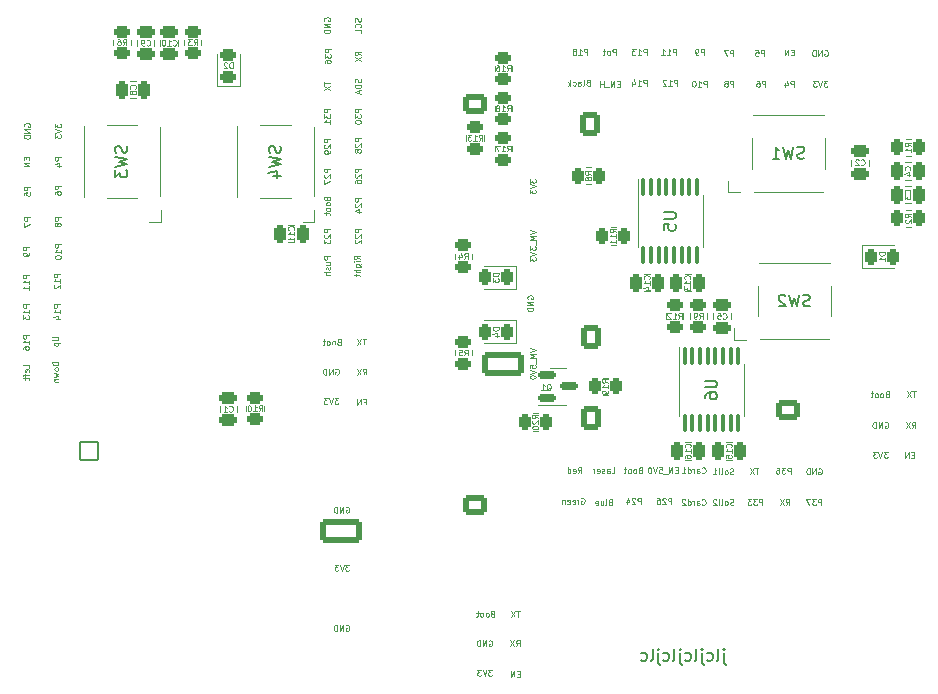
<source format=gbr>
G04 #@! TF.GenerationSoftware,KiCad,Pcbnew,6.0.11+dfsg-1*
G04 #@! TF.CreationDate,2024-10-29T09:23:30+01:00*
G04 #@! TF.ProjectId,kaarten_shieter,6b616172-7465-46e5-9f73-686965746572,rev?*
G04 #@! TF.SameCoordinates,Original*
G04 #@! TF.FileFunction,Legend,Bot*
G04 #@! TF.FilePolarity,Positive*
%FSLAX46Y46*%
G04 Gerber Fmt 4.6, Leading zero omitted, Abs format (unit mm)*
G04 Created by KiCad (PCBNEW 6.0.11+dfsg-1) date 2024-10-29 09:23:30*
%MOMM*%
%LPD*%
G01*
G04 APERTURE LIST*
G04 Aperture macros list*
%AMRoundRect*
0 Rectangle with rounded corners*
0 $1 Rounding radius*
0 $2 $3 $4 $5 $6 $7 $8 $9 X,Y pos of 4 corners*
0 Add a 4 corners polygon primitive as box body*
4,1,4,$2,$3,$4,$5,$6,$7,$8,$9,$2,$3,0*
0 Add four circle primitives for the rounded corners*
1,1,$1+$1,$2,$3*
1,1,$1+$1,$4,$5*
1,1,$1+$1,$6,$7*
1,1,$1+$1,$8,$9*
0 Add four rect primitives between the rounded corners*
20,1,$1+$1,$2,$3,$4,$5,0*
20,1,$1+$1,$4,$5,$6,$7,0*
20,1,$1+$1,$6,$7,$8,$9,0*
20,1,$1+$1,$8,$9,$2,$3,0*%
G04 Aperture macros list end*
%ADD10C,0.100000*%
%ADD11C,0.150000*%
%ADD12C,0.120000*%
%ADD13R,2.000000X2.000000*%
%ADD14C,2.000000*%
%ADD15R,1.700000X1.700000*%
%ADD16O,1.700000X1.700000*%
%ADD17C,0.500000*%
%ADD18C,2.704000*%
%ADD19RoundRect,0.250000X0.725000X-0.600000X0.725000X0.600000X-0.725000X0.600000X-0.725000X-0.600000X0*%
%ADD20O,1.950000X1.700000*%
%ADD21R,1.600000X1.600000*%
%ADD22C,1.600000*%
%ADD23RoundRect,0.250000X0.750000X-0.600000X0.750000X0.600000X-0.750000X0.600000X-0.750000X-0.600000X0*%
%ADD24O,2.000000X1.700000*%
%ADD25C,1.854000*%
%ADD26C,1.734000*%
%ADD27RoundRect,0.250000X-0.600000X-0.750000X0.600000X-0.750000X0.600000X0.750000X-0.600000X0.750000X0*%
%ADD28O,1.700000X2.000000*%
%ADD29RoundRect,0.102000X-0.754000X-0.754000X0.754000X-0.754000X0.754000X0.754000X-0.754000X0.754000X0*%
%ADD30C,1.712000*%
%ADD31C,3.204000*%
%ADD32RoundRect,0.250000X-1.550000X0.750000X-1.550000X-0.750000X1.550000X-0.750000X1.550000X0.750000X0*%
%ADD33O,3.600000X2.000000*%
%ADD34RoundRect,0.250000X-0.600000X-0.725000X0.600000X-0.725000X0.600000X0.725000X-0.600000X0.725000X0*%
%ADD35O,1.700000X1.950000*%
%ADD36RoundRect,0.250000X1.550000X-0.750000X1.550000X0.750000X-1.550000X0.750000X-1.550000X-0.750000X0*%
%ADD37RoundRect,0.250000X0.250000X0.475000X-0.250000X0.475000X-0.250000X-0.475000X0.250000X-0.475000X0*%
%ADD38RoundRect,0.250000X-0.475000X0.250000X-0.475000X-0.250000X0.475000X-0.250000X0.475000X0.250000X0*%
%ADD39RoundRect,0.250000X0.450000X-0.262500X0.450000X0.262500X-0.450000X0.262500X-0.450000X-0.262500X0*%
%ADD40RoundRect,0.250000X-0.250000X-0.475000X0.250000X-0.475000X0.250000X0.475000X-0.250000X0.475000X0*%
%ADD41RoundRect,0.250000X0.262500X0.450000X-0.262500X0.450000X-0.262500X-0.450000X0.262500X-0.450000X0*%
%ADD42RoundRect,0.250000X-0.450000X0.262500X-0.450000X-0.262500X0.450000X-0.262500X0.450000X0.262500X0*%
%ADD43R,1.400000X1.600000*%
%ADD44R,1.600000X1.400000*%
%ADD45RoundRect,0.250000X-0.262500X-0.450000X0.262500X-0.450000X0.262500X0.450000X-0.262500X0.450000X0*%
%ADD46RoundRect,0.243750X0.456250X-0.243750X0.456250X0.243750X-0.456250X0.243750X-0.456250X-0.243750X0*%
%ADD47RoundRect,0.150000X-0.587500X-0.150000X0.587500X-0.150000X0.587500X0.150000X-0.587500X0.150000X0*%
%ADD48RoundRect,0.243750X0.243750X0.456250X-0.243750X0.456250X-0.243750X-0.456250X0.243750X-0.456250X0*%
%ADD49RoundRect,0.100000X-0.100000X0.637500X-0.100000X-0.637500X0.100000X-0.637500X0.100000X0.637500X0*%
%ADD50RoundRect,0.250000X0.475000X-0.250000X0.475000X0.250000X-0.475000X0.250000X-0.475000X-0.250000X0*%
%ADD51RoundRect,0.243750X-0.243750X-0.456250X0.243750X-0.456250X0.243750X0.456250X-0.243750X0.456250X0*%
G04 APERTURE END LIST*
D10*
X132726190Y-93092857D02*
X132226190Y-93092857D01*
X132226190Y-93283333D01*
X132250000Y-93330952D01*
X132273809Y-93354761D01*
X132321428Y-93378571D01*
X132392857Y-93378571D01*
X132440476Y-93354761D01*
X132464285Y-93330952D01*
X132488095Y-93283333D01*
X132488095Y-93092857D01*
X132273809Y-93569047D02*
X132250000Y-93592857D01*
X132226190Y-93640476D01*
X132226190Y-93759523D01*
X132250000Y-93807142D01*
X132273809Y-93830952D01*
X132321428Y-93854761D01*
X132369047Y-93854761D01*
X132440476Y-93830952D01*
X132726190Y-93545238D01*
X132726190Y-93854761D01*
X132392857Y-94283333D02*
X132726190Y-94283333D01*
X132202380Y-94164285D02*
X132559523Y-94045238D01*
X132559523Y-94354761D01*
X129864285Y-93140476D02*
X129888095Y-93211904D01*
X129911904Y-93235714D01*
X129959523Y-93259523D01*
X130030952Y-93259523D01*
X130078571Y-93235714D01*
X130102380Y-93211904D01*
X130126190Y-93164285D01*
X130126190Y-92973809D01*
X129626190Y-92973809D01*
X129626190Y-93140476D01*
X129650000Y-93188095D01*
X129673809Y-93211904D01*
X129721428Y-93235714D01*
X129769047Y-93235714D01*
X129816666Y-93211904D01*
X129840476Y-93188095D01*
X129864285Y-93140476D01*
X129864285Y-92973809D01*
X130126190Y-93545238D02*
X130102380Y-93497619D01*
X130078571Y-93473809D01*
X130030952Y-93450000D01*
X129888095Y-93450000D01*
X129840476Y-93473809D01*
X129816666Y-93497619D01*
X129792857Y-93545238D01*
X129792857Y-93616666D01*
X129816666Y-93664285D01*
X129840476Y-93688095D01*
X129888095Y-93711904D01*
X130030952Y-93711904D01*
X130078571Y-93688095D01*
X130102380Y-93664285D01*
X130126190Y-93616666D01*
X130126190Y-93545238D01*
X130126190Y-93997619D02*
X130102380Y-93950000D01*
X130078571Y-93926190D01*
X130030952Y-93902380D01*
X129888095Y-93902380D01*
X129840476Y-93926190D01*
X129816666Y-93950000D01*
X129792857Y-93997619D01*
X129792857Y-94069047D01*
X129816666Y-94116666D01*
X129840476Y-94140476D01*
X129888095Y-94164285D01*
X130030952Y-94164285D01*
X130078571Y-94140476D01*
X130102380Y-94116666D01*
X130126190Y-94069047D01*
X130126190Y-93997619D01*
X129792857Y-94307142D02*
X129792857Y-94497619D01*
X129626190Y-94378571D02*
X130054761Y-94378571D01*
X130102380Y-94402380D01*
X130126190Y-94450000D01*
X130126190Y-94497619D01*
X177331169Y-114561190D02*
X177021645Y-114561190D01*
X177188312Y-114751666D01*
X177116883Y-114751666D01*
X177069264Y-114775476D01*
X177045455Y-114799285D01*
X177021645Y-114846904D01*
X177021645Y-114965952D01*
X177045455Y-115013571D01*
X177069264Y-115037380D01*
X177116883Y-115061190D01*
X177259741Y-115061190D01*
X177307360Y-115037380D01*
X177331169Y-115013571D01*
X176878788Y-114561190D02*
X176712122Y-115061190D01*
X176545455Y-114561190D01*
X176426407Y-114561190D02*
X176116883Y-114561190D01*
X176283550Y-114751666D01*
X176212122Y-114751666D01*
X176164502Y-114775476D01*
X176140693Y-114799285D01*
X176116883Y-114846904D01*
X176116883Y-114965952D01*
X176140693Y-115013571D01*
X176164502Y-115037380D01*
X176212122Y-115061190D01*
X176354979Y-115061190D01*
X176402598Y-115037380D01*
X176426407Y-115013571D01*
X145883333Y-131026190D02*
X146050000Y-130788095D01*
X146169047Y-131026190D02*
X146169047Y-130526190D01*
X145978571Y-130526190D01*
X145930952Y-130550000D01*
X145907142Y-130573809D01*
X145883333Y-130621428D01*
X145883333Y-130692857D01*
X145907142Y-130740476D01*
X145930952Y-130764285D01*
X145978571Y-130788095D01*
X146169047Y-130788095D01*
X145716666Y-130526190D02*
X145383333Y-131026190D01*
X145383333Y-130526190D02*
X145716666Y-131026190D01*
X133180952Y-105026190D02*
X132895238Y-105026190D01*
X133038095Y-105526190D02*
X133038095Y-105026190D01*
X132776190Y-105026190D02*
X132442857Y-105526190D01*
X132442857Y-105026190D02*
X132776190Y-105526190D01*
X164281169Y-83658690D02*
X164281169Y-83158690D01*
X164090693Y-83158690D01*
X164043074Y-83182500D01*
X164019264Y-83206309D01*
X163995455Y-83253928D01*
X163995455Y-83325357D01*
X164019264Y-83372976D01*
X164043074Y-83396785D01*
X164090693Y-83420595D01*
X164281169Y-83420595D01*
X163709741Y-83372976D02*
X163757360Y-83349166D01*
X163781169Y-83325357D01*
X163804979Y-83277738D01*
X163804979Y-83253928D01*
X163781169Y-83206309D01*
X163757360Y-83182500D01*
X163709741Y-83158690D01*
X163614502Y-83158690D01*
X163566883Y-83182500D01*
X163543074Y-83206309D01*
X163519264Y-83253928D01*
X163519264Y-83277738D01*
X163543074Y-83325357D01*
X163566883Y-83349166D01*
X163614502Y-83372976D01*
X163709741Y-83372976D01*
X163757360Y-83396785D01*
X163781169Y-83420595D01*
X163804979Y-83468214D01*
X163804979Y-83563452D01*
X163781169Y-83611071D01*
X163757360Y-83634880D01*
X163709741Y-83658690D01*
X163614502Y-83658690D01*
X163566883Y-83634880D01*
X163543074Y-83611071D01*
X163519264Y-83563452D01*
X163519264Y-83468214D01*
X163543074Y-83420595D01*
X163566883Y-83396785D01*
X163614502Y-83372976D01*
X159519264Y-83561190D02*
X159519264Y-83061190D01*
X159328788Y-83061190D01*
X159281169Y-83085000D01*
X159257360Y-83108809D01*
X159233550Y-83156428D01*
X159233550Y-83227857D01*
X159257360Y-83275476D01*
X159281169Y-83299285D01*
X159328788Y-83323095D01*
X159519264Y-83323095D01*
X158757360Y-83561190D02*
X159043074Y-83561190D01*
X158900217Y-83561190D02*
X158900217Y-83061190D01*
X158947836Y-83132619D01*
X158995455Y-83180238D01*
X159043074Y-83204047D01*
X158566883Y-83108809D02*
X158543074Y-83085000D01*
X158495455Y-83061190D01*
X158376407Y-83061190D01*
X158328788Y-83085000D01*
X158304979Y-83108809D01*
X158281169Y-83156428D01*
X158281169Y-83204047D01*
X158304979Y-83275476D01*
X158590693Y-83561190D01*
X158281169Y-83561190D01*
X171719264Y-119076190D02*
X171719264Y-118576190D01*
X171528788Y-118576190D01*
X171481169Y-118600000D01*
X171457360Y-118623809D01*
X171433550Y-118671428D01*
X171433550Y-118742857D01*
X171457360Y-118790476D01*
X171481169Y-118814285D01*
X171528788Y-118838095D01*
X171719264Y-118838095D01*
X171266883Y-118576190D02*
X170957360Y-118576190D01*
X171124026Y-118766666D01*
X171052598Y-118766666D01*
X171004979Y-118790476D01*
X170981169Y-118814285D01*
X170957360Y-118861904D01*
X170957360Y-118980952D01*
X170981169Y-119028571D01*
X171004979Y-119052380D01*
X171052598Y-119076190D01*
X171195455Y-119076190D01*
X171243074Y-119052380D01*
X171266883Y-119028571D01*
X170790693Y-118576190D02*
X170457360Y-118576190D01*
X170671645Y-119076190D01*
X130126190Y-85542857D02*
X129626190Y-85542857D01*
X129626190Y-85733333D01*
X129650000Y-85780952D01*
X129673809Y-85804761D01*
X129721428Y-85828571D01*
X129792857Y-85828571D01*
X129840476Y-85804761D01*
X129864285Y-85780952D01*
X129888095Y-85733333D01*
X129888095Y-85542857D01*
X129626190Y-85995238D02*
X129626190Y-86304761D01*
X129816666Y-86138095D01*
X129816666Y-86209523D01*
X129840476Y-86257142D01*
X129864285Y-86280952D01*
X129911904Y-86304761D01*
X130030952Y-86304761D01*
X130078571Y-86280952D01*
X130102380Y-86257142D01*
X130126190Y-86209523D01*
X130126190Y-86066666D01*
X130102380Y-86019047D01*
X130078571Y-85995238D01*
X130126190Y-86780952D02*
X130126190Y-86495238D01*
X130126190Y-86638095D02*
X129626190Y-86638095D01*
X129697619Y-86590476D01*
X129745238Y-86542857D01*
X129769047Y-86495238D01*
X143819047Y-133026190D02*
X143509523Y-133026190D01*
X143676190Y-133216666D01*
X143604761Y-133216666D01*
X143557142Y-133240476D01*
X143533333Y-133264285D01*
X143509523Y-133311904D01*
X143509523Y-133430952D01*
X143533333Y-133478571D01*
X143557142Y-133502380D01*
X143604761Y-133526190D01*
X143747619Y-133526190D01*
X143795238Y-133502380D01*
X143819047Y-133478571D01*
X143366666Y-133026190D02*
X143200000Y-133526190D01*
X143033333Y-133026190D01*
X142914285Y-133026190D02*
X142604761Y-133026190D01*
X142771428Y-133216666D01*
X142700000Y-133216666D01*
X142652380Y-133240476D01*
X142628571Y-133264285D01*
X142604761Y-133311904D01*
X142604761Y-133430952D01*
X142628571Y-133478571D01*
X142652380Y-133502380D01*
X142700000Y-133526190D01*
X142842857Y-133526190D01*
X142890476Y-133502380D01*
X142914285Y-133478571D01*
X161781169Y-80961190D02*
X161781169Y-80461190D01*
X161590693Y-80461190D01*
X161543074Y-80485000D01*
X161519264Y-80508809D01*
X161495455Y-80556428D01*
X161495455Y-80627857D01*
X161519264Y-80675476D01*
X161543074Y-80699285D01*
X161590693Y-80723095D01*
X161781169Y-80723095D01*
X161257360Y-80961190D02*
X161162122Y-80961190D01*
X161114502Y-80937380D01*
X161090693Y-80913571D01*
X161043074Y-80842142D01*
X161019264Y-80746904D01*
X161019264Y-80556428D01*
X161043074Y-80508809D01*
X161066883Y-80485000D01*
X161114502Y-80461190D01*
X161209741Y-80461190D01*
X161257360Y-80485000D01*
X161281169Y-80508809D01*
X161304979Y-80556428D01*
X161304979Y-80675476D01*
X161281169Y-80723095D01*
X161257360Y-80746904D01*
X161209741Y-80770714D01*
X161114502Y-80770714D01*
X161066883Y-80746904D01*
X161043074Y-80723095D01*
X161019264Y-80675476D01*
X131480952Y-129250000D02*
X131528571Y-129226190D01*
X131600000Y-129226190D01*
X131671428Y-129250000D01*
X131719047Y-129297619D01*
X131742857Y-129345238D01*
X131766666Y-129440476D01*
X131766666Y-129511904D01*
X131742857Y-129607142D01*
X131719047Y-129654761D01*
X131671428Y-129702380D01*
X131600000Y-129726190D01*
X131552380Y-129726190D01*
X131480952Y-129702380D01*
X131457142Y-129678571D01*
X131457142Y-129511904D01*
X131552380Y-129511904D01*
X131242857Y-129726190D02*
X131242857Y-129226190D01*
X130957142Y-129726190D01*
X130957142Y-129226190D01*
X130719047Y-129726190D02*
X130719047Y-129226190D01*
X130600000Y-129226190D01*
X130528571Y-129250000D01*
X130480952Y-129297619D01*
X130457142Y-129345238D01*
X130433333Y-129440476D01*
X130433333Y-129511904D01*
X130457142Y-129607142D01*
X130480952Y-129654761D01*
X130528571Y-129702380D01*
X130600000Y-129726190D01*
X130719047Y-129726190D01*
X161602598Y-119028571D02*
X161626407Y-119052380D01*
X161697836Y-119076190D01*
X161745455Y-119076190D01*
X161816883Y-119052380D01*
X161864502Y-119004761D01*
X161888312Y-118957142D01*
X161912122Y-118861904D01*
X161912122Y-118790476D01*
X161888312Y-118695238D01*
X161864502Y-118647619D01*
X161816883Y-118600000D01*
X161745455Y-118576190D01*
X161697836Y-118576190D01*
X161626407Y-118600000D01*
X161602598Y-118623809D01*
X161174026Y-119076190D02*
X161174026Y-118814285D01*
X161197836Y-118766666D01*
X161245455Y-118742857D01*
X161340693Y-118742857D01*
X161388312Y-118766666D01*
X161174026Y-119052380D02*
X161221645Y-119076190D01*
X161340693Y-119076190D01*
X161388312Y-119052380D01*
X161412122Y-119004761D01*
X161412122Y-118957142D01*
X161388312Y-118909523D01*
X161340693Y-118885714D01*
X161221645Y-118885714D01*
X161174026Y-118861904D01*
X160935931Y-119076190D02*
X160935931Y-118742857D01*
X160935931Y-118838095D02*
X160912122Y-118790476D01*
X160888312Y-118766666D01*
X160840693Y-118742857D01*
X160793074Y-118742857D01*
X160412122Y-119076190D02*
X160412122Y-118576190D01*
X160412122Y-119052380D02*
X160459741Y-119076190D01*
X160554979Y-119076190D01*
X160602598Y-119052380D01*
X160626407Y-119028571D01*
X160650217Y-118980952D01*
X160650217Y-118838095D01*
X160626407Y-118790476D01*
X160602598Y-118766666D01*
X160554979Y-118742857D01*
X160459741Y-118742857D01*
X160412122Y-118766666D01*
X160197836Y-118623809D02*
X160174026Y-118600000D01*
X160126407Y-118576190D01*
X160007360Y-118576190D01*
X159959741Y-118600000D01*
X159935931Y-118623809D01*
X159912122Y-118671428D01*
X159912122Y-118719047D01*
X159935931Y-118790476D01*
X160221645Y-119076190D01*
X159912122Y-119076190D01*
X106623690Y-104830952D02*
X107028452Y-104830952D01*
X107076071Y-104854761D01*
X107099880Y-104878571D01*
X107123690Y-104926190D01*
X107123690Y-105021428D01*
X107099880Y-105069047D01*
X107076071Y-105092857D01*
X107028452Y-105116666D01*
X106623690Y-105116666D01*
X106790357Y-105354761D02*
X107290357Y-105354761D01*
X106814166Y-105354761D02*
X106790357Y-105402380D01*
X106790357Y-105497619D01*
X106814166Y-105545238D01*
X106837976Y-105569047D01*
X106885595Y-105592857D01*
X107028452Y-105592857D01*
X107076071Y-105569047D01*
X107099880Y-105545238D01*
X107123690Y-105497619D01*
X107123690Y-105402380D01*
X107099880Y-105354761D01*
X104626190Y-104692857D02*
X104126190Y-104692857D01*
X104126190Y-104883333D01*
X104150000Y-104930952D01*
X104173809Y-104954761D01*
X104221428Y-104978571D01*
X104292857Y-104978571D01*
X104340476Y-104954761D01*
X104364285Y-104930952D01*
X104388095Y-104883333D01*
X104388095Y-104692857D01*
X104626190Y-105454761D02*
X104626190Y-105169047D01*
X104626190Y-105311904D02*
X104126190Y-105311904D01*
X104197619Y-105264285D01*
X104245238Y-105216666D01*
X104269047Y-105169047D01*
X104126190Y-105883333D02*
X104126190Y-105788095D01*
X104150000Y-105740476D01*
X104173809Y-105716666D01*
X104245238Y-105669047D01*
X104340476Y-105645238D01*
X104530952Y-105645238D01*
X104578571Y-105669047D01*
X104602380Y-105692857D01*
X104626190Y-105740476D01*
X104626190Y-105835714D01*
X104602380Y-105883333D01*
X104578571Y-105907142D01*
X104530952Y-105930952D01*
X104411904Y-105930952D01*
X104364285Y-105907142D01*
X104340476Y-105883333D01*
X104316666Y-105835714D01*
X104316666Y-105740476D01*
X104340476Y-105692857D01*
X104364285Y-105669047D01*
X104411904Y-105645238D01*
X177093074Y-112085000D02*
X177140693Y-112061190D01*
X177212122Y-112061190D01*
X177283550Y-112085000D01*
X177331169Y-112132619D01*
X177354979Y-112180238D01*
X177378788Y-112275476D01*
X177378788Y-112346904D01*
X177354979Y-112442142D01*
X177331169Y-112489761D01*
X177283550Y-112537380D01*
X177212122Y-112561190D01*
X177164502Y-112561190D01*
X177093074Y-112537380D01*
X177069264Y-112513571D01*
X177069264Y-112346904D01*
X177164502Y-112346904D01*
X176854979Y-112561190D02*
X176854979Y-112061190D01*
X176569264Y-112561190D01*
X176569264Y-112061190D01*
X176331169Y-112561190D02*
X176331169Y-112061190D01*
X176212122Y-112061190D01*
X176140693Y-112085000D01*
X176093074Y-112132619D01*
X176069264Y-112180238D01*
X176045455Y-112275476D01*
X176045455Y-112346904D01*
X176069264Y-112442142D01*
X176093074Y-112489761D01*
X176140693Y-112537380D01*
X176212122Y-112561190D01*
X176331169Y-112561190D01*
X130126190Y-90592857D02*
X129626190Y-90592857D01*
X129626190Y-90783333D01*
X129650000Y-90830952D01*
X129673809Y-90854761D01*
X129721428Y-90878571D01*
X129792857Y-90878571D01*
X129840476Y-90854761D01*
X129864285Y-90830952D01*
X129888095Y-90783333D01*
X129888095Y-90592857D01*
X129673809Y-91069047D02*
X129650000Y-91092857D01*
X129626190Y-91140476D01*
X129626190Y-91259523D01*
X129650000Y-91307142D01*
X129673809Y-91330952D01*
X129721428Y-91354761D01*
X129769047Y-91354761D01*
X129840476Y-91330952D01*
X130126190Y-91045238D01*
X130126190Y-91354761D01*
X129626190Y-91521428D02*
X129626190Y-91854761D01*
X130126190Y-91640476D01*
X104414285Y-89630952D02*
X104414285Y-89797619D01*
X104676190Y-89869047D02*
X104676190Y-89630952D01*
X104176190Y-89630952D01*
X104176190Y-89869047D01*
X104676190Y-90083333D02*
X104176190Y-90083333D01*
X104676190Y-90369047D01*
X104176190Y-90369047D01*
X131480952Y-119250000D02*
X131528571Y-119226190D01*
X131600000Y-119226190D01*
X131671428Y-119250000D01*
X131719047Y-119297619D01*
X131742857Y-119345238D01*
X131766666Y-119440476D01*
X131766666Y-119511904D01*
X131742857Y-119607142D01*
X131719047Y-119654761D01*
X131671428Y-119702380D01*
X131600000Y-119726190D01*
X131552380Y-119726190D01*
X131480952Y-119702380D01*
X131457142Y-119678571D01*
X131457142Y-119511904D01*
X131552380Y-119511904D01*
X131242857Y-119726190D02*
X131242857Y-119226190D01*
X130957142Y-119726190D01*
X130957142Y-119226190D01*
X130719047Y-119726190D02*
X130719047Y-119226190D01*
X130600000Y-119226190D01*
X130528571Y-119250000D01*
X130480952Y-119297619D01*
X130457142Y-119345238D01*
X130433333Y-119440476D01*
X130433333Y-119511904D01*
X130457142Y-119607142D01*
X130480952Y-119654761D01*
X130528571Y-119702380D01*
X130600000Y-119726190D01*
X130719047Y-119726190D01*
X179581169Y-114799285D02*
X179414502Y-114799285D01*
X179343074Y-115061190D02*
X179581169Y-115061190D01*
X179581169Y-114561190D01*
X179343074Y-114561190D01*
X179128788Y-115061190D02*
X179128788Y-114561190D01*
X178843074Y-115061190D01*
X178843074Y-114561190D01*
X106826190Y-86780952D02*
X106826190Y-87090476D01*
X107016666Y-86923809D01*
X107016666Y-86995238D01*
X107040476Y-87042857D01*
X107064285Y-87066666D01*
X107111904Y-87090476D01*
X107230952Y-87090476D01*
X107278571Y-87066666D01*
X107302380Y-87042857D01*
X107326190Y-86995238D01*
X107326190Y-86852380D01*
X107302380Y-86804761D01*
X107278571Y-86780952D01*
X106826190Y-87233333D02*
X107326190Y-87400000D01*
X106826190Y-87566666D01*
X106826190Y-87685714D02*
X106826190Y-87995238D01*
X107016666Y-87828571D01*
X107016666Y-87900000D01*
X107040476Y-87947619D01*
X107064285Y-87971428D01*
X107111904Y-87995238D01*
X107230952Y-87995238D01*
X107278571Y-87971428D01*
X107302380Y-87947619D01*
X107326190Y-87900000D01*
X107326190Y-87757142D01*
X107302380Y-87709523D01*
X107278571Y-87685714D01*
X107323690Y-94730952D02*
X106823690Y-94730952D01*
X106823690Y-94921428D01*
X106847500Y-94969047D01*
X106871309Y-94992857D01*
X106918928Y-95016666D01*
X106990357Y-95016666D01*
X107037976Y-94992857D01*
X107061785Y-94969047D01*
X107085595Y-94921428D01*
X107085595Y-94730952D01*
X107037976Y-95302380D02*
X107014166Y-95254761D01*
X106990357Y-95230952D01*
X106942738Y-95207142D01*
X106918928Y-95207142D01*
X106871309Y-95230952D01*
X106847500Y-95254761D01*
X106823690Y-95302380D01*
X106823690Y-95397619D01*
X106847500Y-95445238D01*
X106871309Y-95469047D01*
X106918928Y-95492857D01*
X106942738Y-95492857D01*
X106990357Y-95469047D01*
X107014166Y-95445238D01*
X107037976Y-95397619D01*
X107037976Y-95302380D01*
X107061785Y-95254761D01*
X107085595Y-95230952D01*
X107133214Y-95207142D01*
X107228452Y-95207142D01*
X107276071Y-95230952D01*
X107299880Y-95254761D01*
X107323690Y-95302380D01*
X107323690Y-95397619D01*
X107299880Y-95445238D01*
X107276071Y-95469047D01*
X107228452Y-95492857D01*
X107133214Y-95492857D01*
X107085595Y-95469047D01*
X107061785Y-95445238D01*
X107037976Y-95397619D01*
X133169047Y-110364285D02*
X133002380Y-110364285D01*
X132930952Y-110626190D02*
X133169047Y-110626190D01*
X133169047Y-110126190D01*
X132930952Y-110126190D01*
X132716666Y-110626190D02*
X132716666Y-110126190D01*
X132430952Y-110626190D01*
X132430952Y-110126190D01*
D11*
X163476190Y-131585714D02*
X163476190Y-132442857D01*
X163523809Y-132538095D01*
X163619047Y-132585714D01*
X163666666Y-132585714D01*
X163476190Y-131252380D02*
X163523809Y-131300000D01*
X163476190Y-131347619D01*
X163428571Y-131300000D01*
X163476190Y-131252380D01*
X163476190Y-131347619D01*
X162857142Y-132252380D02*
X162952380Y-132204761D01*
X163000000Y-132109523D01*
X163000000Y-131252380D01*
X162047619Y-132204761D02*
X162142857Y-132252380D01*
X162333333Y-132252380D01*
X162428571Y-132204761D01*
X162476190Y-132157142D01*
X162523809Y-132061904D01*
X162523809Y-131776190D01*
X162476190Y-131680952D01*
X162428571Y-131633333D01*
X162333333Y-131585714D01*
X162142857Y-131585714D01*
X162047619Y-131633333D01*
X161619047Y-131585714D02*
X161619047Y-132442857D01*
X161666666Y-132538095D01*
X161761904Y-132585714D01*
X161809523Y-132585714D01*
X161619047Y-131252380D02*
X161666666Y-131300000D01*
X161619047Y-131347619D01*
X161571428Y-131300000D01*
X161619047Y-131252380D01*
X161619047Y-131347619D01*
X161000000Y-132252380D02*
X161095238Y-132204761D01*
X161142857Y-132109523D01*
X161142857Y-131252380D01*
X160190476Y-132204761D02*
X160285714Y-132252380D01*
X160476190Y-132252380D01*
X160571428Y-132204761D01*
X160619047Y-132157142D01*
X160666666Y-132061904D01*
X160666666Y-131776190D01*
X160619047Y-131680952D01*
X160571428Y-131633333D01*
X160476190Y-131585714D01*
X160285714Y-131585714D01*
X160190476Y-131633333D01*
X159761904Y-131585714D02*
X159761904Y-132442857D01*
X159809523Y-132538095D01*
X159904761Y-132585714D01*
X159952380Y-132585714D01*
X159761904Y-131252380D02*
X159809523Y-131300000D01*
X159761904Y-131347619D01*
X159714285Y-131300000D01*
X159761904Y-131252380D01*
X159761904Y-131347619D01*
X159142857Y-132252380D02*
X159238095Y-132204761D01*
X159285714Y-132109523D01*
X159285714Y-131252380D01*
X158333333Y-132204761D02*
X158428571Y-132252380D01*
X158619047Y-132252380D01*
X158714285Y-132204761D01*
X158761904Y-132157142D01*
X158809523Y-132061904D01*
X158809523Y-131776190D01*
X158761904Y-131680952D01*
X158714285Y-131633333D01*
X158619047Y-131585714D01*
X158428571Y-131585714D01*
X158333333Y-131633333D01*
X157904761Y-131585714D02*
X157904761Y-132442857D01*
X157952380Y-132538095D01*
X158047619Y-132585714D01*
X158095238Y-132585714D01*
X157904761Y-131252380D02*
X157952380Y-131300000D01*
X157904761Y-131347619D01*
X157857142Y-131300000D01*
X157904761Y-131252380D01*
X157904761Y-131347619D01*
X157285714Y-132252380D02*
X157380952Y-132204761D01*
X157428571Y-132109523D01*
X157428571Y-131252380D01*
X156476190Y-132204761D02*
X156571428Y-132252380D01*
X156761904Y-132252380D01*
X156857142Y-132204761D01*
X156904761Y-132157142D01*
X156952380Y-132061904D01*
X156952380Y-131776190D01*
X156904761Y-131680952D01*
X156857142Y-131633333D01*
X156761904Y-131585714D01*
X156571428Y-131585714D01*
X156476190Y-131633333D01*
D10*
X156919264Y-80961190D02*
X156919264Y-80461190D01*
X156728788Y-80461190D01*
X156681169Y-80485000D01*
X156657360Y-80508809D01*
X156633550Y-80556428D01*
X156633550Y-80627857D01*
X156657360Y-80675476D01*
X156681169Y-80699285D01*
X156728788Y-80723095D01*
X156919264Y-80723095D01*
X156157360Y-80961190D02*
X156443074Y-80961190D01*
X156300217Y-80961190D02*
X156300217Y-80461190D01*
X156347836Y-80532619D01*
X156395455Y-80580238D01*
X156443074Y-80604047D01*
X155990693Y-80461190D02*
X155681169Y-80461190D01*
X155847836Y-80651666D01*
X155776407Y-80651666D01*
X155728788Y-80675476D01*
X155704979Y-80699285D01*
X155681169Y-80746904D01*
X155681169Y-80865952D01*
X155704979Y-80913571D01*
X155728788Y-80937380D01*
X155776407Y-80961190D01*
X155919264Y-80961190D01*
X155966883Y-80937380D01*
X155990693Y-80913571D01*
X104726190Y-94730952D02*
X104226190Y-94730952D01*
X104226190Y-94921428D01*
X104250000Y-94969047D01*
X104273809Y-94992857D01*
X104321428Y-95016666D01*
X104392857Y-95016666D01*
X104440476Y-94992857D01*
X104464285Y-94969047D01*
X104488095Y-94921428D01*
X104488095Y-94730952D01*
X104226190Y-95183333D02*
X104226190Y-95516666D01*
X104726190Y-95302380D01*
X156419264Y-118976190D02*
X156419264Y-118476190D01*
X156228788Y-118476190D01*
X156181169Y-118500000D01*
X156157360Y-118523809D01*
X156133550Y-118571428D01*
X156133550Y-118642857D01*
X156157360Y-118690476D01*
X156181169Y-118714285D01*
X156228788Y-118738095D01*
X156419264Y-118738095D01*
X155943074Y-118523809D02*
X155919264Y-118500000D01*
X155871645Y-118476190D01*
X155752598Y-118476190D01*
X155704979Y-118500000D01*
X155681169Y-118523809D01*
X155657360Y-118571428D01*
X155657360Y-118619047D01*
X155681169Y-118690476D01*
X155966883Y-118976190D01*
X155657360Y-118976190D01*
X155228788Y-118642857D02*
X155228788Y-118976190D01*
X155347836Y-118452380D02*
X155466883Y-118809523D01*
X155157360Y-118809523D01*
X132702380Y-82992857D02*
X132726190Y-83064285D01*
X132726190Y-83183333D01*
X132702380Y-83230952D01*
X132678571Y-83254761D01*
X132630952Y-83278571D01*
X132583333Y-83278571D01*
X132535714Y-83254761D01*
X132511904Y-83230952D01*
X132488095Y-83183333D01*
X132464285Y-83088095D01*
X132440476Y-83040476D01*
X132416666Y-83016666D01*
X132369047Y-82992857D01*
X132321428Y-82992857D01*
X132273809Y-83016666D01*
X132250000Y-83040476D01*
X132226190Y-83088095D01*
X132226190Y-83207142D01*
X132250000Y-83278571D01*
X132726190Y-83492857D02*
X132226190Y-83492857D01*
X132226190Y-83611904D01*
X132250000Y-83683333D01*
X132297619Y-83730952D01*
X132345238Y-83754761D01*
X132440476Y-83778571D01*
X132511904Y-83778571D01*
X132607142Y-83754761D01*
X132654761Y-83730952D01*
X132702380Y-83683333D01*
X132726190Y-83611904D01*
X132726190Y-83492857D01*
X132583333Y-83969047D02*
X132583333Y-84207142D01*
X132726190Y-83921428D02*
X132226190Y-84088095D01*
X132726190Y-84254761D01*
X132702380Y-77854761D02*
X132726190Y-77926190D01*
X132726190Y-78045238D01*
X132702380Y-78092857D01*
X132678571Y-78116666D01*
X132630952Y-78140476D01*
X132583333Y-78140476D01*
X132535714Y-78116666D01*
X132511904Y-78092857D01*
X132488095Y-78045238D01*
X132464285Y-77950000D01*
X132440476Y-77902380D01*
X132416666Y-77878571D01*
X132369047Y-77854761D01*
X132321428Y-77854761D01*
X132273809Y-77878571D01*
X132250000Y-77902380D01*
X132226190Y-77950000D01*
X132226190Y-78069047D01*
X132250000Y-78140476D01*
X132678571Y-78640476D02*
X132702380Y-78616666D01*
X132726190Y-78545238D01*
X132726190Y-78497619D01*
X132702380Y-78426190D01*
X132654761Y-78378571D01*
X132607142Y-78354761D01*
X132511904Y-78330952D01*
X132440476Y-78330952D01*
X132345238Y-78354761D01*
X132297619Y-78378571D01*
X132250000Y-78426190D01*
X132226190Y-78497619D01*
X132226190Y-78545238D01*
X132250000Y-78616666D01*
X132273809Y-78640476D01*
X132726190Y-79092857D02*
X132726190Y-78854761D01*
X132226190Y-78854761D01*
X132726190Y-90592857D02*
X132226190Y-90592857D01*
X132226190Y-90783333D01*
X132250000Y-90830952D01*
X132273809Y-90854761D01*
X132321428Y-90878571D01*
X132392857Y-90878571D01*
X132440476Y-90854761D01*
X132464285Y-90830952D01*
X132488095Y-90783333D01*
X132488095Y-90592857D01*
X132273809Y-91069047D02*
X132250000Y-91092857D01*
X132226190Y-91140476D01*
X132226190Y-91259523D01*
X132250000Y-91307142D01*
X132273809Y-91330952D01*
X132321428Y-91354761D01*
X132369047Y-91354761D01*
X132440476Y-91330952D01*
X132726190Y-91045238D01*
X132726190Y-91354761D01*
X132226190Y-91783333D02*
X132226190Y-91688095D01*
X132250000Y-91640476D01*
X132273809Y-91616666D01*
X132345238Y-91569047D01*
X132440476Y-91545238D01*
X132630952Y-91545238D01*
X132678571Y-91569047D01*
X132702380Y-91592857D01*
X132726190Y-91640476D01*
X132726190Y-91735714D01*
X132702380Y-91783333D01*
X132678571Y-91807142D01*
X132630952Y-91830952D01*
X132511904Y-91830952D01*
X132464285Y-91807142D01*
X132440476Y-91783333D01*
X132416666Y-91735714D01*
X132416666Y-91640476D01*
X132440476Y-91592857D01*
X132464285Y-91569047D01*
X132511904Y-91545238D01*
X172231169Y-83161190D02*
X171921645Y-83161190D01*
X172088312Y-83351666D01*
X172016883Y-83351666D01*
X171969264Y-83375476D01*
X171945455Y-83399285D01*
X171921645Y-83446904D01*
X171921645Y-83565952D01*
X171945455Y-83613571D01*
X171969264Y-83637380D01*
X172016883Y-83661190D01*
X172159741Y-83661190D01*
X172207360Y-83637380D01*
X172231169Y-83613571D01*
X171778788Y-83161190D02*
X171612122Y-83661190D01*
X171445455Y-83161190D01*
X171326407Y-83161190D02*
X171016883Y-83161190D01*
X171183550Y-83351666D01*
X171112122Y-83351666D01*
X171064502Y-83375476D01*
X171040693Y-83399285D01*
X171016883Y-83446904D01*
X171016883Y-83565952D01*
X171040693Y-83613571D01*
X171064502Y-83637380D01*
X171112122Y-83661190D01*
X171254979Y-83661190D01*
X171302598Y-83637380D01*
X171326407Y-83613571D01*
X107226190Y-99492857D02*
X106726190Y-99492857D01*
X106726190Y-99683333D01*
X106750000Y-99730952D01*
X106773809Y-99754761D01*
X106821428Y-99778571D01*
X106892857Y-99778571D01*
X106940476Y-99754761D01*
X106964285Y-99730952D01*
X106988095Y-99683333D01*
X106988095Y-99492857D01*
X107226190Y-100254761D02*
X107226190Y-99969047D01*
X107226190Y-100111904D02*
X106726190Y-100111904D01*
X106797619Y-100064285D01*
X106845238Y-100016666D01*
X106869047Y-99969047D01*
X106773809Y-100445238D02*
X106750000Y-100469047D01*
X106726190Y-100516666D01*
X106726190Y-100635714D01*
X106750000Y-100683333D01*
X106773809Y-100707142D01*
X106821428Y-100730952D01*
X106869047Y-100730952D01*
X106940476Y-100707142D01*
X107226190Y-100421428D01*
X107226190Y-100730952D01*
X107123690Y-106954761D02*
X106623690Y-106954761D01*
X106623690Y-107073809D01*
X106647500Y-107145238D01*
X106695119Y-107192857D01*
X106742738Y-107216666D01*
X106837976Y-107240476D01*
X106909404Y-107240476D01*
X107004642Y-107216666D01*
X107052261Y-107192857D01*
X107099880Y-107145238D01*
X107123690Y-107073809D01*
X107123690Y-106954761D01*
X107123690Y-107526190D02*
X107099880Y-107478571D01*
X107076071Y-107454761D01*
X107028452Y-107430952D01*
X106885595Y-107430952D01*
X106837976Y-107454761D01*
X106814166Y-107478571D01*
X106790357Y-107526190D01*
X106790357Y-107597619D01*
X106814166Y-107645238D01*
X106837976Y-107669047D01*
X106885595Y-107692857D01*
X107028452Y-107692857D01*
X107076071Y-107669047D01*
X107099880Y-107645238D01*
X107123690Y-107597619D01*
X107123690Y-107526190D01*
X106790357Y-107859523D02*
X107123690Y-107954761D01*
X106885595Y-108050000D01*
X107123690Y-108145238D01*
X106790357Y-108240476D01*
X106790357Y-108430952D02*
X107123690Y-108430952D01*
X106837976Y-108430952D02*
X106814166Y-108454761D01*
X106790357Y-108502380D01*
X106790357Y-108573809D01*
X106814166Y-108621428D01*
X106861785Y-108645238D01*
X107123690Y-108645238D01*
X130176190Y-80442857D02*
X129676190Y-80442857D01*
X129676190Y-80633333D01*
X129700000Y-80680952D01*
X129723809Y-80704761D01*
X129771428Y-80728571D01*
X129842857Y-80728571D01*
X129890476Y-80704761D01*
X129914285Y-80680952D01*
X129938095Y-80633333D01*
X129938095Y-80442857D01*
X129676190Y-80895238D02*
X129676190Y-81204761D01*
X129866666Y-81038095D01*
X129866666Y-81109523D01*
X129890476Y-81157142D01*
X129914285Y-81180952D01*
X129961904Y-81204761D01*
X130080952Y-81204761D01*
X130128571Y-81180952D01*
X130152380Y-81157142D01*
X130176190Y-81109523D01*
X130176190Y-80966666D01*
X130152380Y-80919047D01*
X130128571Y-80895238D01*
X129676190Y-81633333D02*
X129676190Y-81538095D01*
X129700000Y-81490476D01*
X129723809Y-81466666D01*
X129795238Y-81419047D01*
X129890476Y-81395238D01*
X130080952Y-81395238D01*
X130128571Y-81419047D01*
X130152380Y-81442857D01*
X130176190Y-81490476D01*
X130176190Y-81585714D01*
X130152380Y-81633333D01*
X130128571Y-81657142D01*
X130080952Y-81680952D01*
X129961904Y-81680952D01*
X129914285Y-81657142D01*
X129890476Y-81633333D01*
X129866666Y-81585714D01*
X129866666Y-81490476D01*
X129890476Y-81442857D01*
X129914285Y-81419047D01*
X129961904Y-81395238D01*
X130126190Y-95692857D02*
X129626190Y-95692857D01*
X129626190Y-95883333D01*
X129650000Y-95930952D01*
X129673809Y-95954761D01*
X129721428Y-95978571D01*
X129792857Y-95978571D01*
X129840476Y-95954761D01*
X129864285Y-95930952D01*
X129888095Y-95883333D01*
X129888095Y-95692857D01*
X129673809Y-96169047D02*
X129650000Y-96192857D01*
X129626190Y-96240476D01*
X129626190Y-96359523D01*
X129650000Y-96407142D01*
X129673809Y-96430952D01*
X129721428Y-96454761D01*
X129769047Y-96454761D01*
X129840476Y-96430952D01*
X130126190Y-96145238D01*
X130126190Y-96454761D01*
X129626190Y-96621428D02*
X129626190Y-96930952D01*
X129816666Y-96764285D01*
X129816666Y-96835714D01*
X129840476Y-96883333D01*
X129864285Y-96907142D01*
X129911904Y-96930952D01*
X130030952Y-96930952D01*
X130078571Y-96907142D01*
X130102380Y-96883333D01*
X130126190Y-96835714D01*
X130126190Y-96692857D01*
X130102380Y-96645238D01*
X130078571Y-96621428D01*
X156371645Y-116114285D02*
X156300217Y-116138095D01*
X156276407Y-116161904D01*
X156252598Y-116209523D01*
X156252598Y-116280952D01*
X156276407Y-116328571D01*
X156300217Y-116352380D01*
X156347836Y-116376190D01*
X156538312Y-116376190D01*
X156538312Y-115876190D01*
X156371645Y-115876190D01*
X156324026Y-115900000D01*
X156300217Y-115923809D01*
X156276407Y-115971428D01*
X156276407Y-116019047D01*
X156300217Y-116066666D01*
X156324026Y-116090476D01*
X156371645Y-116114285D01*
X156538312Y-116114285D01*
X155966883Y-116376190D02*
X156014502Y-116352380D01*
X156038312Y-116328571D01*
X156062122Y-116280952D01*
X156062122Y-116138095D01*
X156038312Y-116090476D01*
X156014502Y-116066666D01*
X155966883Y-116042857D01*
X155895455Y-116042857D01*
X155847836Y-116066666D01*
X155824026Y-116090476D01*
X155800217Y-116138095D01*
X155800217Y-116280952D01*
X155824026Y-116328571D01*
X155847836Y-116352380D01*
X155895455Y-116376190D01*
X155966883Y-116376190D01*
X155514502Y-116376190D02*
X155562122Y-116352380D01*
X155585931Y-116328571D01*
X155609741Y-116280952D01*
X155609741Y-116138095D01*
X155585931Y-116090476D01*
X155562122Y-116066666D01*
X155514502Y-116042857D01*
X155443074Y-116042857D01*
X155395455Y-116066666D01*
X155371645Y-116090476D01*
X155347836Y-116138095D01*
X155347836Y-116280952D01*
X155371645Y-116328571D01*
X155395455Y-116352380D01*
X155443074Y-116376190D01*
X155514502Y-116376190D01*
X155204979Y-116042857D02*
X155014502Y-116042857D01*
X155133550Y-115876190D02*
X155133550Y-116304761D01*
X155109741Y-116352380D01*
X155062122Y-116376190D01*
X155014502Y-116376190D01*
X154633550Y-83396785D02*
X154466883Y-83396785D01*
X154395455Y-83658690D02*
X154633550Y-83658690D01*
X154633550Y-83158690D01*
X154395455Y-83158690D01*
X154181169Y-83658690D02*
X154181169Y-83158690D01*
X153895455Y-83658690D01*
X153895455Y-83158690D01*
X153776407Y-83706309D02*
X153395455Y-83706309D01*
X153276407Y-83658690D02*
X153276407Y-83158690D01*
X153276407Y-83396785D02*
X152990693Y-83396785D01*
X152990693Y-83658690D02*
X152990693Y-83158690D01*
X166981169Y-83661190D02*
X166981169Y-83161190D01*
X166790693Y-83161190D01*
X166743074Y-83185000D01*
X166719264Y-83208809D01*
X166695455Y-83256428D01*
X166695455Y-83327857D01*
X166719264Y-83375476D01*
X166743074Y-83399285D01*
X166790693Y-83423095D01*
X166981169Y-83423095D01*
X166266883Y-83161190D02*
X166362122Y-83161190D01*
X166409741Y-83185000D01*
X166433550Y-83208809D01*
X166481169Y-83280238D01*
X166504979Y-83375476D01*
X166504979Y-83565952D01*
X166481169Y-83613571D01*
X166457360Y-83637380D01*
X166409741Y-83661190D01*
X166314502Y-83661190D01*
X166266883Y-83637380D01*
X166243074Y-83613571D01*
X166219264Y-83565952D01*
X166219264Y-83446904D01*
X166243074Y-83399285D01*
X166266883Y-83375476D01*
X166314502Y-83351666D01*
X166409741Y-83351666D01*
X166457360Y-83375476D01*
X166481169Y-83399285D01*
X166504979Y-83446904D01*
X169381169Y-80749285D02*
X169214502Y-80749285D01*
X169143074Y-81011190D02*
X169381169Y-81011190D01*
X169381169Y-80511190D01*
X169143074Y-80511190D01*
X168928788Y-81011190D02*
X168928788Y-80511190D01*
X168643074Y-81011190D01*
X168643074Y-80511190D01*
X164281169Y-81061190D02*
X164281169Y-80561190D01*
X164090693Y-80561190D01*
X164043074Y-80585000D01*
X164019264Y-80608809D01*
X163995455Y-80656428D01*
X163995455Y-80727857D01*
X164019264Y-80775476D01*
X164043074Y-80799285D01*
X164090693Y-80823095D01*
X164281169Y-80823095D01*
X163828788Y-80561190D02*
X163495455Y-80561190D01*
X163709741Y-81061190D01*
X169119264Y-116426190D02*
X169119264Y-115926190D01*
X168928788Y-115926190D01*
X168881169Y-115950000D01*
X168857360Y-115973809D01*
X168833550Y-116021428D01*
X168833550Y-116092857D01*
X168857360Y-116140476D01*
X168881169Y-116164285D01*
X168928788Y-116188095D01*
X169119264Y-116188095D01*
X168666883Y-115926190D02*
X168357360Y-115926190D01*
X168524026Y-116116666D01*
X168452598Y-116116666D01*
X168404979Y-116140476D01*
X168381169Y-116164285D01*
X168357360Y-116211904D01*
X168357360Y-116330952D01*
X168381169Y-116378571D01*
X168404979Y-116402380D01*
X168452598Y-116426190D01*
X168595455Y-116426190D01*
X168643074Y-116402380D01*
X168666883Y-116378571D01*
X167928788Y-115926190D02*
X168024026Y-115926190D01*
X168071645Y-115950000D01*
X168095455Y-115973809D01*
X168143074Y-116045238D01*
X168166883Y-116140476D01*
X168166883Y-116330952D01*
X168143074Y-116378571D01*
X168119264Y-116402380D01*
X168071645Y-116426190D01*
X167976407Y-116426190D01*
X167928788Y-116402380D01*
X167904979Y-116378571D01*
X167881169Y-116330952D01*
X167881169Y-116211904D01*
X167904979Y-116164285D01*
X167928788Y-116140476D01*
X167976407Y-116116666D01*
X168071645Y-116116666D01*
X168119264Y-116140476D01*
X168143074Y-116164285D01*
X168166883Y-116211904D01*
X168695455Y-119076190D02*
X168862122Y-118838095D01*
X168981169Y-119076190D02*
X168981169Y-118576190D01*
X168790693Y-118576190D01*
X168743074Y-118600000D01*
X168719264Y-118623809D01*
X168695455Y-118671428D01*
X168695455Y-118742857D01*
X168719264Y-118790476D01*
X168743074Y-118814285D01*
X168790693Y-118838095D01*
X168981169Y-118838095D01*
X168528788Y-118576190D02*
X168195455Y-119076190D01*
X168195455Y-118576190D02*
X168528788Y-119076190D01*
X107226190Y-102092857D02*
X106726190Y-102092857D01*
X106726190Y-102283333D01*
X106750000Y-102330952D01*
X106773809Y-102354761D01*
X106821428Y-102378571D01*
X106892857Y-102378571D01*
X106940476Y-102354761D01*
X106964285Y-102330952D01*
X106988095Y-102283333D01*
X106988095Y-102092857D01*
X107226190Y-102854761D02*
X107226190Y-102569047D01*
X107226190Y-102711904D02*
X106726190Y-102711904D01*
X106797619Y-102664285D01*
X106845238Y-102616666D01*
X106869047Y-102569047D01*
X106892857Y-103283333D02*
X107226190Y-103283333D01*
X106702380Y-103164285D02*
X107059523Y-103045238D01*
X107059523Y-103354761D01*
X107326190Y-96992857D02*
X106826190Y-96992857D01*
X106826190Y-97183333D01*
X106850000Y-97230952D01*
X106873809Y-97254761D01*
X106921428Y-97278571D01*
X106992857Y-97278571D01*
X107040476Y-97254761D01*
X107064285Y-97230952D01*
X107088095Y-97183333D01*
X107088095Y-96992857D01*
X107326190Y-97754761D02*
X107326190Y-97469047D01*
X107326190Y-97611904D02*
X106826190Y-97611904D01*
X106897619Y-97564285D01*
X106945238Y-97516666D01*
X106969047Y-97469047D01*
X106826190Y-98064285D02*
X106826190Y-98111904D01*
X106850000Y-98159523D01*
X106873809Y-98183333D01*
X106921428Y-98207142D01*
X107016666Y-98230952D01*
X107135714Y-98230952D01*
X107230952Y-98207142D01*
X107278571Y-98183333D01*
X107302380Y-98159523D01*
X107326190Y-98111904D01*
X107326190Y-98064285D01*
X107302380Y-98016666D01*
X107278571Y-97992857D01*
X107230952Y-97969047D01*
X107135714Y-97945238D01*
X107016666Y-97945238D01*
X106921428Y-97969047D01*
X106873809Y-97992857D01*
X106850000Y-98016666D01*
X106826190Y-98064285D01*
X146180952Y-128026190D02*
X145895238Y-128026190D01*
X146038095Y-128526190D02*
X146038095Y-128026190D01*
X145776190Y-128026190D02*
X145442857Y-128526190D01*
X145442857Y-128026190D02*
X145776190Y-128526190D01*
X164269264Y-119052380D02*
X164197836Y-119076190D01*
X164078788Y-119076190D01*
X164031169Y-119052380D01*
X164007360Y-119028571D01*
X163983550Y-118980952D01*
X163983550Y-118933333D01*
X164007360Y-118885714D01*
X164031169Y-118861904D01*
X164078788Y-118838095D01*
X164174026Y-118814285D01*
X164221645Y-118790476D01*
X164245455Y-118766666D01*
X164269264Y-118719047D01*
X164269264Y-118671428D01*
X164245455Y-118623809D01*
X164221645Y-118600000D01*
X164174026Y-118576190D01*
X164054979Y-118576190D01*
X163983550Y-118600000D01*
X163697836Y-119076190D02*
X163745455Y-119052380D01*
X163769264Y-119028571D01*
X163793074Y-118980952D01*
X163793074Y-118838095D01*
X163769264Y-118790476D01*
X163745455Y-118766666D01*
X163697836Y-118742857D01*
X163626407Y-118742857D01*
X163578788Y-118766666D01*
X163554979Y-118790476D01*
X163531169Y-118838095D01*
X163531169Y-118980952D01*
X163554979Y-119028571D01*
X163578788Y-119052380D01*
X163626407Y-119076190D01*
X163697836Y-119076190D01*
X163245455Y-119076190D02*
X163293074Y-119052380D01*
X163316883Y-119004761D01*
X163316883Y-118576190D01*
X163054979Y-119076190D02*
X163054979Y-118742857D01*
X163054979Y-118576190D02*
X163078788Y-118600000D01*
X163054979Y-118623809D01*
X163031169Y-118600000D01*
X163054979Y-118576190D01*
X163054979Y-118623809D01*
X162840693Y-118623809D02*
X162816883Y-118600000D01*
X162769264Y-118576190D01*
X162650217Y-118576190D01*
X162602598Y-118600000D01*
X162578788Y-118623809D01*
X162554979Y-118671428D01*
X162554979Y-118719047D01*
X162578788Y-118790476D01*
X162864502Y-119076190D01*
X162554979Y-119076190D01*
X131719047Y-124126190D02*
X131409523Y-124126190D01*
X131576190Y-124316666D01*
X131504761Y-124316666D01*
X131457142Y-124340476D01*
X131433333Y-124364285D01*
X131409523Y-124411904D01*
X131409523Y-124530952D01*
X131433333Y-124578571D01*
X131457142Y-124602380D01*
X131504761Y-124626190D01*
X131647619Y-124626190D01*
X131695238Y-124602380D01*
X131719047Y-124578571D01*
X131266666Y-124126190D02*
X131100000Y-124626190D01*
X130933333Y-124126190D01*
X130814285Y-124126190D02*
X130504761Y-124126190D01*
X130671428Y-124316666D01*
X130600000Y-124316666D01*
X130552380Y-124340476D01*
X130528571Y-124364285D01*
X130504761Y-124411904D01*
X130504761Y-124530952D01*
X130528571Y-124578571D01*
X130552380Y-124602380D01*
X130600000Y-124626190D01*
X130742857Y-124626190D01*
X130790476Y-124602380D01*
X130814285Y-124578571D01*
X132883333Y-108026190D02*
X133050000Y-107788095D01*
X133169047Y-108026190D02*
X133169047Y-107526190D01*
X132978571Y-107526190D01*
X132930952Y-107550000D01*
X132907142Y-107573809D01*
X132883333Y-107621428D01*
X132883333Y-107692857D01*
X132907142Y-107740476D01*
X132930952Y-107764285D01*
X132978571Y-107788095D01*
X133169047Y-107788095D01*
X132716666Y-107526190D02*
X132383333Y-108026190D01*
X132383333Y-107526190D02*
X132716666Y-108026190D01*
X104250000Y-87019047D02*
X104226190Y-86971428D01*
X104226190Y-86900000D01*
X104250000Y-86828571D01*
X104297619Y-86780952D01*
X104345238Y-86757142D01*
X104440476Y-86733333D01*
X104511904Y-86733333D01*
X104607142Y-86757142D01*
X104654761Y-86780952D01*
X104702380Y-86828571D01*
X104726190Y-86900000D01*
X104726190Y-86947619D01*
X104702380Y-87019047D01*
X104678571Y-87042857D01*
X104511904Y-87042857D01*
X104511904Y-86947619D01*
X104726190Y-87257142D02*
X104226190Y-87257142D01*
X104726190Y-87542857D01*
X104226190Y-87542857D01*
X104726190Y-87780952D02*
X104226190Y-87780952D01*
X104226190Y-87900000D01*
X104250000Y-87971428D01*
X104297619Y-88019047D01*
X104345238Y-88042857D01*
X104440476Y-88066666D01*
X104511904Y-88066666D01*
X104607142Y-88042857D01*
X104654761Y-88019047D01*
X104702380Y-87971428D01*
X104726190Y-87900000D01*
X104726190Y-87780952D01*
X130118690Y-98014285D02*
X129618690Y-98014285D01*
X129618690Y-98204761D01*
X129642500Y-98252380D01*
X129666309Y-98276190D01*
X129713928Y-98300000D01*
X129785357Y-98300000D01*
X129832976Y-98276190D01*
X129856785Y-98252380D01*
X129880595Y-98204761D01*
X129880595Y-98014285D01*
X129785357Y-98728571D02*
X130118690Y-98728571D01*
X129785357Y-98514285D02*
X130047261Y-98514285D01*
X130094880Y-98538095D01*
X130118690Y-98585714D01*
X130118690Y-98657142D01*
X130094880Y-98704761D01*
X130071071Y-98728571D01*
X130094880Y-98942857D02*
X130118690Y-98990476D01*
X130118690Y-99085714D01*
X130094880Y-99133333D01*
X130047261Y-99157142D01*
X130023452Y-99157142D01*
X129975833Y-99133333D01*
X129952023Y-99085714D01*
X129952023Y-99014285D01*
X129928214Y-98966666D01*
X129880595Y-98942857D01*
X129856785Y-98942857D01*
X129809166Y-98966666D01*
X129785357Y-99014285D01*
X129785357Y-99085714D01*
X129809166Y-99133333D01*
X130118690Y-99371428D02*
X129618690Y-99371428D01*
X130118690Y-99585714D02*
X129856785Y-99585714D01*
X129809166Y-99561904D01*
X129785357Y-99514285D01*
X129785357Y-99442857D01*
X129809166Y-99395238D01*
X129832976Y-99371428D01*
X130819047Y-110026190D02*
X130509523Y-110026190D01*
X130676190Y-110216666D01*
X130604761Y-110216666D01*
X130557142Y-110240476D01*
X130533333Y-110264285D01*
X130509523Y-110311904D01*
X130509523Y-110430952D01*
X130533333Y-110478571D01*
X130557142Y-110502380D01*
X130604761Y-110526190D01*
X130747619Y-110526190D01*
X130795238Y-110502380D01*
X130819047Y-110478571D01*
X130366666Y-110026190D02*
X130200000Y-110526190D01*
X130033333Y-110026190D01*
X129914285Y-110026190D02*
X129604761Y-110026190D01*
X129771428Y-110216666D01*
X129700000Y-110216666D01*
X129652380Y-110240476D01*
X129628571Y-110264285D01*
X129604761Y-110311904D01*
X129604761Y-110430952D01*
X129628571Y-110478571D01*
X129652380Y-110502380D01*
X129700000Y-110526190D01*
X129842857Y-110526190D01*
X129890476Y-110502380D01*
X129914285Y-110478571D01*
X162019264Y-83661190D02*
X162019264Y-83161190D01*
X161828788Y-83161190D01*
X161781169Y-83185000D01*
X161757360Y-83208809D01*
X161733550Y-83256428D01*
X161733550Y-83327857D01*
X161757360Y-83375476D01*
X161781169Y-83399285D01*
X161828788Y-83423095D01*
X162019264Y-83423095D01*
X161257360Y-83661190D02*
X161543074Y-83661190D01*
X161400217Y-83661190D02*
X161400217Y-83161190D01*
X161447836Y-83232619D01*
X161495455Y-83280238D01*
X161543074Y-83304047D01*
X160947836Y-83161190D02*
X160900217Y-83161190D01*
X160852598Y-83185000D01*
X160828788Y-83208809D01*
X160804979Y-83256428D01*
X160781169Y-83351666D01*
X160781169Y-83470714D01*
X160804979Y-83565952D01*
X160828788Y-83613571D01*
X160852598Y-83637380D01*
X160900217Y-83661190D01*
X160947836Y-83661190D01*
X160995455Y-83637380D01*
X161019264Y-83613571D01*
X161043074Y-83565952D01*
X161066883Y-83470714D01*
X161066883Y-83351666D01*
X161043074Y-83256428D01*
X161019264Y-83208809D01*
X160995455Y-83185000D01*
X160947836Y-83161190D01*
X179693074Y-109461190D02*
X179407360Y-109461190D01*
X179550217Y-109961190D02*
X179550217Y-109461190D01*
X179288312Y-109461190D02*
X178954979Y-109961190D01*
X178954979Y-109461190D02*
X179288312Y-109961190D01*
X104626190Y-102092857D02*
X104126190Y-102092857D01*
X104126190Y-102283333D01*
X104150000Y-102330952D01*
X104173809Y-102354761D01*
X104221428Y-102378571D01*
X104292857Y-102378571D01*
X104340476Y-102354761D01*
X104364285Y-102330952D01*
X104388095Y-102283333D01*
X104388095Y-102092857D01*
X104626190Y-102854761D02*
X104626190Y-102569047D01*
X104626190Y-102711904D02*
X104126190Y-102711904D01*
X104197619Y-102664285D01*
X104245238Y-102616666D01*
X104269047Y-102569047D01*
X104126190Y-103021428D02*
X104126190Y-103330952D01*
X104316666Y-103164285D01*
X104316666Y-103235714D01*
X104340476Y-103283333D01*
X104364285Y-103307142D01*
X104411904Y-103330952D01*
X104530952Y-103330952D01*
X104578571Y-103307142D01*
X104602380Y-103283333D01*
X104626190Y-103235714D01*
X104626190Y-103092857D01*
X104602380Y-103045238D01*
X104578571Y-103021428D01*
X166393074Y-115976190D02*
X166107360Y-115976190D01*
X166250217Y-116476190D02*
X166250217Y-115976190D01*
X165988312Y-115976190D02*
X165654979Y-116476190D01*
X165654979Y-115976190D02*
X165988312Y-116476190D01*
X130859523Y-105264285D02*
X130788095Y-105288095D01*
X130764285Y-105311904D01*
X130740476Y-105359523D01*
X130740476Y-105430952D01*
X130764285Y-105478571D01*
X130788095Y-105502380D01*
X130835714Y-105526190D01*
X131026190Y-105526190D01*
X131026190Y-105026190D01*
X130859523Y-105026190D01*
X130811904Y-105050000D01*
X130788095Y-105073809D01*
X130764285Y-105121428D01*
X130764285Y-105169047D01*
X130788095Y-105216666D01*
X130811904Y-105240476D01*
X130859523Y-105264285D01*
X131026190Y-105264285D01*
X130454761Y-105526190D02*
X130502380Y-105502380D01*
X130526190Y-105478571D01*
X130550000Y-105430952D01*
X130550000Y-105288095D01*
X130526190Y-105240476D01*
X130502380Y-105216666D01*
X130454761Y-105192857D01*
X130383333Y-105192857D01*
X130335714Y-105216666D01*
X130311904Y-105240476D01*
X130288095Y-105288095D01*
X130288095Y-105430952D01*
X130311904Y-105478571D01*
X130335714Y-105502380D01*
X130383333Y-105526190D01*
X130454761Y-105526190D01*
X130002380Y-105526190D02*
X130050000Y-105502380D01*
X130073809Y-105478571D01*
X130097619Y-105430952D01*
X130097619Y-105288095D01*
X130073809Y-105240476D01*
X130050000Y-105216666D01*
X130002380Y-105192857D01*
X129930952Y-105192857D01*
X129883333Y-105216666D01*
X129859523Y-105240476D01*
X129835714Y-105288095D01*
X129835714Y-105430952D01*
X129859523Y-105478571D01*
X129883333Y-105502380D01*
X129930952Y-105526190D01*
X130002380Y-105526190D01*
X129692857Y-105192857D02*
X129502380Y-105192857D01*
X129621428Y-105026190D02*
X129621428Y-105454761D01*
X129597619Y-105502380D01*
X129550000Y-105526190D01*
X129502380Y-105526190D01*
X156919264Y-83561190D02*
X156919264Y-83061190D01*
X156728788Y-83061190D01*
X156681169Y-83085000D01*
X156657360Y-83108809D01*
X156633550Y-83156428D01*
X156633550Y-83227857D01*
X156657360Y-83275476D01*
X156681169Y-83299285D01*
X156728788Y-83323095D01*
X156919264Y-83323095D01*
X156157360Y-83561190D02*
X156443074Y-83561190D01*
X156300217Y-83561190D02*
X156300217Y-83061190D01*
X156347836Y-83132619D01*
X156395455Y-83180238D01*
X156443074Y-83204047D01*
X155728788Y-83227857D02*
X155728788Y-83561190D01*
X155847836Y-83037380D02*
X155966883Y-83394523D01*
X155657360Y-83394523D01*
X169381169Y-83661190D02*
X169381169Y-83161190D01*
X169190693Y-83161190D01*
X169143074Y-83185000D01*
X169119264Y-83208809D01*
X169095455Y-83256428D01*
X169095455Y-83327857D01*
X169119264Y-83375476D01*
X169143074Y-83399285D01*
X169190693Y-83423095D01*
X169381169Y-83423095D01*
X168666883Y-83327857D02*
X168666883Y-83661190D01*
X168785931Y-83137380D02*
X168904979Y-83494523D01*
X168595455Y-83494523D01*
X153847836Y-118814285D02*
X153776407Y-118838095D01*
X153752598Y-118861904D01*
X153728788Y-118909523D01*
X153728788Y-118980952D01*
X153752598Y-119028571D01*
X153776407Y-119052380D01*
X153824026Y-119076190D01*
X154014502Y-119076190D01*
X154014502Y-118576190D01*
X153847836Y-118576190D01*
X153800217Y-118600000D01*
X153776407Y-118623809D01*
X153752598Y-118671428D01*
X153752598Y-118719047D01*
X153776407Y-118766666D01*
X153800217Y-118790476D01*
X153847836Y-118814285D01*
X154014502Y-118814285D01*
X153443074Y-119076190D02*
X153490693Y-119052380D01*
X153514502Y-119004761D01*
X153514502Y-118576190D01*
X153038312Y-118742857D02*
X153038312Y-119076190D01*
X153252598Y-118742857D02*
X153252598Y-119004761D01*
X153228788Y-119052380D01*
X153181169Y-119076190D01*
X153109741Y-119076190D01*
X153062122Y-119052380D01*
X153038312Y-119028571D01*
X152609741Y-119052380D02*
X152657360Y-119076190D01*
X152752598Y-119076190D01*
X152800217Y-119052380D01*
X152824026Y-119004761D01*
X152824026Y-118814285D01*
X152800217Y-118766666D01*
X152752598Y-118742857D01*
X152657360Y-118742857D01*
X152609741Y-118766666D01*
X152585931Y-118814285D01*
X152585931Y-118861904D01*
X152824026Y-118909523D01*
X129650000Y-78069047D02*
X129626190Y-78021428D01*
X129626190Y-77950000D01*
X129650000Y-77878571D01*
X129697619Y-77830952D01*
X129745238Y-77807142D01*
X129840476Y-77783333D01*
X129911904Y-77783333D01*
X130007142Y-77807142D01*
X130054761Y-77830952D01*
X130102380Y-77878571D01*
X130126190Y-77950000D01*
X130126190Y-77997619D01*
X130102380Y-78069047D01*
X130078571Y-78092857D01*
X129911904Y-78092857D01*
X129911904Y-77997619D01*
X130126190Y-78307142D02*
X129626190Y-78307142D01*
X130126190Y-78592857D01*
X129626190Y-78592857D01*
X130126190Y-78830952D02*
X129626190Y-78830952D01*
X129626190Y-78950000D01*
X129650000Y-79021428D01*
X129697619Y-79069047D01*
X129745238Y-79092857D01*
X129840476Y-79116666D01*
X129911904Y-79116666D01*
X130007142Y-79092857D01*
X130054761Y-79069047D01*
X130102380Y-79021428D01*
X130126190Y-78950000D01*
X130126190Y-78830952D01*
X146850000Y-101619047D02*
X146826190Y-101571428D01*
X146826190Y-101500000D01*
X146850000Y-101428571D01*
X146897619Y-101380952D01*
X146945238Y-101357142D01*
X147040476Y-101333333D01*
X147111904Y-101333333D01*
X147207142Y-101357142D01*
X147254761Y-101380952D01*
X147302380Y-101428571D01*
X147326190Y-101500000D01*
X147326190Y-101547619D01*
X147302380Y-101619047D01*
X147278571Y-101642857D01*
X147111904Y-101642857D01*
X147111904Y-101547619D01*
X147326190Y-101857142D02*
X146826190Y-101857142D01*
X147326190Y-102142857D01*
X146826190Y-102142857D01*
X147326190Y-102380952D02*
X146826190Y-102380952D01*
X146826190Y-102500000D01*
X146850000Y-102571428D01*
X146897619Y-102619047D01*
X146945238Y-102642857D01*
X147040476Y-102666666D01*
X147111904Y-102666666D01*
X147207142Y-102642857D01*
X147254761Y-102619047D01*
X147302380Y-102571428D01*
X147326190Y-102500000D01*
X147326190Y-102380952D01*
X159419264Y-80961190D02*
X159419264Y-80461190D01*
X159228788Y-80461190D01*
X159181169Y-80485000D01*
X159157360Y-80508809D01*
X159133550Y-80556428D01*
X159133550Y-80627857D01*
X159157360Y-80675476D01*
X159181169Y-80699285D01*
X159228788Y-80723095D01*
X159419264Y-80723095D01*
X158657360Y-80961190D02*
X158943074Y-80961190D01*
X158800217Y-80961190D02*
X158800217Y-80461190D01*
X158847836Y-80532619D01*
X158895455Y-80580238D01*
X158943074Y-80604047D01*
X158181169Y-80961190D02*
X158466883Y-80961190D01*
X158324026Y-80961190D02*
X158324026Y-80461190D01*
X158371645Y-80532619D01*
X158419264Y-80580238D01*
X158466883Y-80604047D01*
X161602598Y-116328571D02*
X161626407Y-116352380D01*
X161697836Y-116376190D01*
X161745455Y-116376190D01*
X161816883Y-116352380D01*
X161864502Y-116304761D01*
X161888312Y-116257142D01*
X161912122Y-116161904D01*
X161912122Y-116090476D01*
X161888312Y-115995238D01*
X161864502Y-115947619D01*
X161816883Y-115900000D01*
X161745455Y-115876190D01*
X161697836Y-115876190D01*
X161626407Y-115900000D01*
X161602598Y-115923809D01*
X161174026Y-116376190D02*
X161174026Y-116114285D01*
X161197836Y-116066666D01*
X161245455Y-116042857D01*
X161340693Y-116042857D01*
X161388312Y-116066666D01*
X161174026Y-116352380D02*
X161221645Y-116376190D01*
X161340693Y-116376190D01*
X161388312Y-116352380D01*
X161412122Y-116304761D01*
X161412122Y-116257142D01*
X161388312Y-116209523D01*
X161340693Y-116185714D01*
X161221645Y-116185714D01*
X161174026Y-116161904D01*
X160935931Y-116376190D02*
X160935931Y-116042857D01*
X160935931Y-116138095D02*
X160912122Y-116090476D01*
X160888312Y-116066666D01*
X160840693Y-116042857D01*
X160793074Y-116042857D01*
X160412122Y-116376190D02*
X160412122Y-115876190D01*
X160412122Y-116352380D02*
X160459741Y-116376190D01*
X160554979Y-116376190D01*
X160602598Y-116352380D01*
X160626407Y-116328571D01*
X160650217Y-116280952D01*
X160650217Y-116138095D01*
X160626407Y-116090476D01*
X160602598Y-116066666D01*
X160554979Y-116042857D01*
X160459741Y-116042857D01*
X160412122Y-116066666D01*
X159912122Y-116376190D02*
X160197836Y-116376190D01*
X160054979Y-116376190D02*
X160054979Y-115876190D01*
X160102598Y-115947619D01*
X160150217Y-115995238D01*
X160197836Y-116019047D01*
X153954979Y-116376190D02*
X154193074Y-116376190D01*
X154193074Y-115876190D01*
X153574026Y-116376190D02*
X153574026Y-116114285D01*
X153597836Y-116066666D01*
X153645455Y-116042857D01*
X153740693Y-116042857D01*
X153788312Y-116066666D01*
X153574026Y-116352380D02*
X153621645Y-116376190D01*
X153740693Y-116376190D01*
X153788312Y-116352380D01*
X153812122Y-116304761D01*
X153812122Y-116257142D01*
X153788312Y-116209523D01*
X153740693Y-116185714D01*
X153621645Y-116185714D01*
X153574026Y-116161904D01*
X153359741Y-116352380D02*
X153312122Y-116376190D01*
X153216883Y-116376190D01*
X153169264Y-116352380D01*
X153145455Y-116304761D01*
X153145455Y-116280952D01*
X153169264Y-116233333D01*
X153216883Y-116209523D01*
X153288312Y-116209523D01*
X153335931Y-116185714D01*
X153359741Y-116138095D01*
X153359741Y-116114285D01*
X153335931Y-116066666D01*
X153288312Y-116042857D01*
X153216883Y-116042857D01*
X153169264Y-116066666D01*
X152740693Y-116352380D02*
X152788312Y-116376190D01*
X152883550Y-116376190D01*
X152931169Y-116352380D01*
X152954979Y-116304761D01*
X152954979Y-116114285D01*
X152931169Y-116066666D01*
X152883550Y-116042857D01*
X152788312Y-116042857D01*
X152740693Y-116066666D01*
X152716883Y-116114285D01*
X152716883Y-116161904D01*
X152954979Y-116209523D01*
X152502598Y-116376190D02*
X152502598Y-116042857D01*
X152502598Y-116138095D02*
X152478788Y-116090476D01*
X152454979Y-116066666D01*
X152407360Y-116042857D01*
X152359741Y-116042857D01*
X154312122Y-80961190D02*
X154312122Y-80461190D01*
X154121645Y-80461190D01*
X154074026Y-80485000D01*
X154050217Y-80508809D01*
X154026407Y-80556428D01*
X154026407Y-80627857D01*
X154050217Y-80675476D01*
X154074026Y-80699285D01*
X154121645Y-80723095D01*
X154312122Y-80723095D01*
X153740693Y-80961190D02*
X153788312Y-80937380D01*
X153812122Y-80913571D01*
X153835931Y-80865952D01*
X153835931Y-80723095D01*
X153812122Y-80675476D01*
X153788312Y-80651666D01*
X153740693Y-80627857D01*
X153669264Y-80627857D01*
X153621645Y-80651666D01*
X153597836Y-80675476D01*
X153574026Y-80723095D01*
X153574026Y-80865952D01*
X153597836Y-80913571D01*
X153621645Y-80937380D01*
X153669264Y-80961190D01*
X153740693Y-80961190D01*
X153431169Y-80627857D02*
X153240693Y-80627857D01*
X153359741Y-80461190D02*
X153359741Y-80889761D01*
X153335931Y-80937380D01*
X153288312Y-80961190D01*
X153240693Y-80961190D01*
X104726190Y-92130952D02*
X104226190Y-92130952D01*
X104226190Y-92321428D01*
X104250000Y-92369047D01*
X104273809Y-92392857D01*
X104321428Y-92416666D01*
X104392857Y-92416666D01*
X104440476Y-92392857D01*
X104464285Y-92369047D01*
X104488095Y-92321428D01*
X104488095Y-92130952D01*
X104226190Y-92869047D02*
X104226190Y-92630952D01*
X104464285Y-92607142D01*
X104440476Y-92630952D01*
X104416666Y-92678571D01*
X104416666Y-92797619D01*
X104440476Y-92845238D01*
X104464285Y-92869047D01*
X104511904Y-92892857D01*
X104630952Y-92892857D01*
X104678571Y-92869047D01*
X104702380Y-92845238D01*
X104726190Y-92797619D01*
X104726190Y-92678571D01*
X104702380Y-92630952D01*
X104678571Y-92607142D01*
X143859523Y-128264285D02*
X143788095Y-128288095D01*
X143764285Y-128311904D01*
X143740476Y-128359523D01*
X143740476Y-128430952D01*
X143764285Y-128478571D01*
X143788095Y-128502380D01*
X143835714Y-128526190D01*
X144026190Y-128526190D01*
X144026190Y-128026190D01*
X143859523Y-128026190D01*
X143811904Y-128050000D01*
X143788095Y-128073809D01*
X143764285Y-128121428D01*
X143764285Y-128169047D01*
X143788095Y-128216666D01*
X143811904Y-128240476D01*
X143859523Y-128264285D01*
X144026190Y-128264285D01*
X143454761Y-128526190D02*
X143502380Y-128502380D01*
X143526190Y-128478571D01*
X143550000Y-128430952D01*
X143550000Y-128288095D01*
X143526190Y-128240476D01*
X143502380Y-128216666D01*
X143454761Y-128192857D01*
X143383333Y-128192857D01*
X143335714Y-128216666D01*
X143311904Y-128240476D01*
X143288095Y-128288095D01*
X143288095Y-128430952D01*
X143311904Y-128478571D01*
X143335714Y-128502380D01*
X143383333Y-128526190D01*
X143454761Y-128526190D01*
X143002380Y-128526190D02*
X143050000Y-128502380D01*
X143073809Y-128478571D01*
X143097619Y-128430952D01*
X143097619Y-128288095D01*
X143073809Y-128240476D01*
X143050000Y-128216666D01*
X143002380Y-128192857D01*
X142930952Y-128192857D01*
X142883333Y-128216666D01*
X142859523Y-128240476D01*
X142835714Y-128288095D01*
X142835714Y-128430952D01*
X142859523Y-128478571D01*
X142883333Y-128502380D01*
X142930952Y-128526190D01*
X143002380Y-128526190D01*
X142692857Y-128192857D02*
X142502380Y-128192857D01*
X142621428Y-128026190D02*
X142621428Y-128454761D01*
X142597619Y-128502380D01*
X142550000Y-128526190D01*
X142502380Y-128526190D01*
X171493074Y-116000000D02*
X171540693Y-115976190D01*
X171612122Y-115976190D01*
X171683550Y-116000000D01*
X171731169Y-116047619D01*
X171754979Y-116095238D01*
X171778788Y-116190476D01*
X171778788Y-116261904D01*
X171754979Y-116357142D01*
X171731169Y-116404761D01*
X171683550Y-116452380D01*
X171612122Y-116476190D01*
X171564502Y-116476190D01*
X171493074Y-116452380D01*
X171469264Y-116428571D01*
X171469264Y-116261904D01*
X171564502Y-116261904D01*
X171254979Y-116476190D02*
X171254979Y-115976190D01*
X170969264Y-116476190D01*
X170969264Y-115976190D01*
X170731169Y-116476190D02*
X170731169Y-115976190D01*
X170612122Y-115976190D01*
X170540693Y-116000000D01*
X170493074Y-116047619D01*
X170469264Y-116095238D01*
X170445455Y-116190476D01*
X170445455Y-116261904D01*
X170469264Y-116357142D01*
X170493074Y-116404761D01*
X170540693Y-116452380D01*
X170612122Y-116476190D01*
X170731169Y-116476190D01*
X132626190Y-98240476D02*
X132388095Y-98073809D01*
X132626190Y-97954761D02*
X132126190Y-97954761D01*
X132126190Y-98145238D01*
X132150000Y-98192857D01*
X132173809Y-98216666D01*
X132221428Y-98240476D01*
X132292857Y-98240476D01*
X132340476Y-98216666D01*
X132364285Y-98192857D01*
X132388095Y-98145238D01*
X132388095Y-97954761D01*
X132626190Y-98454761D02*
X132292857Y-98454761D01*
X132126190Y-98454761D02*
X132150000Y-98430952D01*
X132173809Y-98454761D01*
X132150000Y-98478571D01*
X132126190Y-98454761D01*
X132173809Y-98454761D01*
X132292857Y-98907142D02*
X132697619Y-98907142D01*
X132745238Y-98883333D01*
X132769047Y-98859523D01*
X132792857Y-98811904D01*
X132792857Y-98740476D01*
X132769047Y-98692857D01*
X132602380Y-98907142D02*
X132626190Y-98859523D01*
X132626190Y-98764285D01*
X132602380Y-98716666D01*
X132578571Y-98692857D01*
X132530952Y-98669047D01*
X132388095Y-98669047D01*
X132340476Y-98692857D01*
X132316666Y-98716666D01*
X132292857Y-98764285D01*
X132292857Y-98859523D01*
X132316666Y-98907142D01*
X132626190Y-99145238D02*
X132126190Y-99145238D01*
X132626190Y-99359523D02*
X132364285Y-99359523D01*
X132316666Y-99335714D01*
X132292857Y-99288095D01*
X132292857Y-99216666D01*
X132316666Y-99169047D01*
X132340476Y-99145238D01*
X132292857Y-99526190D02*
X132292857Y-99716666D01*
X132126190Y-99597619D02*
X132554761Y-99597619D01*
X132602380Y-99621428D01*
X132626190Y-99669047D01*
X132626190Y-99716666D01*
X107326190Y-92030952D02*
X106826190Y-92030952D01*
X106826190Y-92221428D01*
X106850000Y-92269047D01*
X106873809Y-92292857D01*
X106921428Y-92316666D01*
X106992857Y-92316666D01*
X107040476Y-92292857D01*
X107064285Y-92269047D01*
X107088095Y-92221428D01*
X107088095Y-92030952D01*
X106826190Y-92745238D02*
X106826190Y-92650000D01*
X106850000Y-92602380D01*
X106873809Y-92578571D01*
X106945238Y-92530952D01*
X107040476Y-92507142D01*
X107230952Y-92507142D01*
X107278571Y-92530952D01*
X107302380Y-92554761D01*
X107326190Y-92602380D01*
X107326190Y-92697619D01*
X107302380Y-92745238D01*
X107278571Y-92769047D01*
X107230952Y-92792857D01*
X107111904Y-92792857D01*
X107064285Y-92769047D01*
X107040476Y-92745238D01*
X107016666Y-92697619D01*
X107016666Y-92602380D01*
X107040476Y-92554761D01*
X107064285Y-92530952D01*
X107111904Y-92507142D01*
X164269264Y-116452380D02*
X164197836Y-116476190D01*
X164078788Y-116476190D01*
X164031169Y-116452380D01*
X164007360Y-116428571D01*
X163983550Y-116380952D01*
X163983550Y-116333333D01*
X164007360Y-116285714D01*
X164031169Y-116261904D01*
X164078788Y-116238095D01*
X164174026Y-116214285D01*
X164221645Y-116190476D01*
X164245455Y-116166666D01*
X164269264Y-116119047D01*
X164269264Y-116071428D01*
X164245455Y-116023809D01*
X164221645Y-116000000D01*
X164174026Y-115976190D01*
X164054979Y-115976190D01*
X163983550Y-116000000D01*
X163697836Y-116476190D02*
X163745455Y-116452380D01*
X163769264Y-116428571D01*
X163793074Y-116380952D01*
X163793074Y-116238095D01*
X163769264Y-116190476D01*
X163745455Y-116166666D01*
X163697836Y-116142857D01*
X163626407Y-116142857D01*
X163578788Y-116166666D01*
X163554979Y-116190476D01*
X163531169Y-116238095D01*
X163531169Y-116380952D01*
X163554979Y-116428571D01*
X163578788Y-116452380D01*
X163626407Y-116476190D01*
X163697836Y-116476190D01*
X163245455Y-116476190D02*
X163293074Y-116452380D01*
X163316883Y-116404761D01*
X163316883Y-115976190D01*
X163054979Y-116476190D02*
X163054979Y-116142857D01*
X163054979Y-115976190D02*
X163078788Y-116000000D01*
X163054979Y-116023809D01*
X163031169Y-116000000D01*
X163054979Y-115976190D01*
X163054979Y-116023809D01*
X162554979Y-116476190D02*
X162840693Y-116476190D01*
X162697836Y-116476190D02*
X162697836Y-115976190D01*
X162745455Y-116047619D01*
X162793074Y-116095238D01*
X162840693Y-116119047D01*
X177271645Y-109699285D02*
X177200217Y-109723095D01*
X177176407Y-109746904D01*
X177152598Y-109794523D01*
X177152598Y-109865952D01*
X177176407Y-109913571D01*
X177200217Y-109937380D01*
X177247836Y-109961190D01*
X177438312Y-109961190D01*
X177438312Y-109461190D01*
X177271645Y-109461190D01*
X177224026Y-109485000D01*
X177200217Y-109508809D01*
X177176407Y-109556428D01*
X177176407Y-109604047D01*
X177200217Y-109651666D01*
X177224026Y-109675476D01*
X177271645Y-109699285D01*
X177438312Y-109699285D01*
X176866883Y-109961190D02*
X176914502Y-109937380D01*
X176938312Y-109913571D01*
X176962122Y-109865952D01*
X176962122Y-109723095D01*
X176938312Y-109675476D01*
X176914502Y-109651666D01*
X176866883Y-109627857D01*
X176795455Y-109627857D01*
X176747836Y-109651666D01*
X176724026Y-109675476D01*
X176700217Y-109723095D01*
X176700217Y-109865952D01*
X176724026Y-109913571D01*
X176747836Y-109937380D01*
X176795455Y-109961190D01*
X176866883Y-109961190D01*
X176414502Y-109961190D02*
X176462122Y-109937380D01*
X176485931Y-109913571D01*
X176509741Y-109865952D01*
X176509741Y-109723095D01*
X176485931Y-109675476D01*
X176462122Y-109651666D01*
X176414502Y-109627857D01*
X176343074Y-109627857D01*
X176295455Y-109651666D01*
X176271645Y-109675476D01*
X176247836Y-109723095D01*
X176247836Y-109865952D01*
X176271645Y-109913571D01*
X176295455Y-109937380D01*
X176343074Y-109961190D01*
X176414502Y-109961190D01*
X176104979Y-109627857D02*
X175914502Y-109627857D01*
X176033550Y-109461190D02*
X176033550Y-109889761D01*
X176009741Y-109937380D01*
X175962122Y-109961190D01*
X175914502Y-109961190D01*
X132726190Y-95692857D02*
X132226190Y-95692857D01*
X132226190Y-95883333D01*
X132250000Y-95930952D01*
X132273809Y-95954761D01*
X132321428Y-95978571D01*
X132392857Y-95978571D01*
X132440476Y-95954761D01*
X132464285Y-95930952D01*
X132488095Y-95883333D01*
X132488095Y-95692857D01*
X132273809Y-96169047D02*
X132250000Y-96192857D01*
X132226190Y-96240476D01*
X132226190Y-96359523D01*
X132250000Y-96407142D01*
X132273809Y-96430952D01*
X132321428Y-96454761D01*
X132369047Y-96454761D01*
X132440476Y-96430952D01*
X132726190Y-96145238D01*
X132726190Y-96454761D01*
X132273809Y-96645238D02*
X132250000Y-96669047D01*
X132226190Y-96716666D01*
X132226190Y-96835714D01*
X132250000Y-96883333D01*
X132273809Y-96907142D01*
X132321428Y-96930952D01*
X132369047Y-96930952D01*
X132440476Y-96907142D01*
X132726190Y-96621428D01*
X132726190Y-96930952D01*
X146169047Y-133364285D02*
X146002380Y-133364285D01*
X145930952Y-133626190D02*
X146169047Y-133626190D01*
X146169047Y-133126190D01*
X145930952Y-133126190D01*
X145716666Y-133626190D02*
X145716666Y-133126190D01*
X145430952Y-133626190D01*
X145430952Y-133126190D01*
X147026190Y-91480952D02*
X147026190Y-91790476D01*
X147216666Y-91623809D01*
X147216666Y-91695238D01*
X147240476Y-91742857D01*
X147264285Y-91766666D01*
X147311904Y-91790476D01*
X147430952Y-91790476D01*
X147478571Y-91766666D01*
X147502380Y-91742857D01*
X147526190Y-91695238D01*
X147526190Y-91552380D01*
X147502380Y-91504761D01*
X147478571Y-91480952D01*
X147026190Y-91933333D02*
X147526190Y-92100000D01*
X147026190Y-92266666D01*
X147026190Y-92385714D02*
X147026190Y-92695238D01*
X147216666Y-92528571D01*
X147216666Y-92600000D01*
X147240476Y-92647619D01*
X147264285Y-92671428D01*
X147311904Y-92695238D01*
X147430952Y-92695238D01*
X147478571Y-92671428D01*
X147502380Y-92647619D01*
X147526190Y-92600000D01*
X147526190Y-92457142D01*
X147502380Y-92409523D01*
X147478571Y-92385714D01*
X104626190Y-99592857D02*
X104126190Y-99592857D01*
X104126190Y-99783333D01*
X104150000Y-99830952D01*
X104173809Y-99854761D01*
X104221428Y-99878571D01*
X104292857Y-99878571D01*
X104340476Y-99854761D01*
X104364285Y-99830952D01*
X104388095Y-99783333D01*
X104388095Y-99592857D01*
X104626190Y-100354761D02*
X104626190Y-100069047D01*
X104626190Y-100211904D02*
X104126190Y-100211904D01*
X104197619Y-100164285D01*
X104245238Y-100116666D01*
X104269047Y-100069047D01*
X104626190Y-100830952D02*
X104626190Y-100545238D01*
X104626190Y-100688095D02*
X104126190Y-100688095D01*
X104197619Y-100640476D01*
X104245238Y-100592857D01*
X104269047Y-100545238D01*
X166719264Y-119076190D02*
X166719264Y-118576190D01*
X166528788Y-118576190D01*
X166481169Y-118600000D01*
X166457360Y-118623809D01*
X166433550Y-118671428D01*
X166433550Y-118742857D01*
X166457360Y-118790476D01*
X166481169Y-118814285D01*
X166528788Y-118838095D01*
X166719264Y-118838095D01*
X166266883Y-118576190D02*
X165957360Y-118576190D01*
X166124026Y-118766666D01*
X166052598Y-118766666D01*
X166004979Y-118790476D01*
X165981169Y-118814285D01*
X165957360Y-118861904D01*
X165957360Y-118980952D01*
X165981169Y-119028571D01*
X166004979Y-119052380D01*
X166052598Y-119076190D01*
X166195455Y-119076190D01*
X166243074Y-119052380D01*
X166266883Y-119028571D01*
X165790693Y-118576190D02*
X165481169Y-118576190D01*
X165647836Y-118766666D01*
X165576407Y-118766666D01*
X165528788Y-118790476D01*
X165504979Y-118814285D01*
X165481169Y-118861904D01*
X165481169Y-118980952D01*
X165504979Y-119028571D01*
X165528788Y-119052380D01*
X165576407Y-119076190D01*
X165719264Y-119076190D01*
X165766883Y-119052380D01*
X165790693Y-119028571D01*
X130126190Y-88092857D02*
X129626190Y-88092857D01*
X129626190Y-88283333D01*
X129650000Y-88330952D01*
X129673809Y-88354761D01*
X129721428Y-88378571D01*
X129792857Y-88378571D01*
X129840476Y-88354761D01*
X129864285Y-88330952D01*
X129888095Y-88283333D01*
X129888095Y-88092857D01*
X129673809Y-88569047D02*
X129650000Y-88592857D01*
X129626190Y-88640476D01*
X129626190Y-88759523D01*
X129650000Y-88807142D01*
X129673809Y-88830952D01*
X129721428Y-88854761D01*
X129769047Y-88854761D01*
X129840476Y-88830952D01*
X130126190Y-88545238D01*
X130126190Y-88854761D01*
X130126190Y-89092857D02*
X130126190Y-89188095D01*
X130102380Y-89235714D01*
X130078571Y-89259523D01*
X130007142Y-89307142D01*
X129911904Y-89330952D01*
X129721428Y-89330952D01*
X129673809Y-89307142D01*
X129650000Y-89283333D01*
X129626190Y-89235714D01*
X129626190Y-89140476D01*
X129650000Y-89092857D01*
X129673809Y-89069047D01*
X129721428Y-89045238D01*
X129840476Y-89045238D01*
X129888095Y-89069047D01*
X129911904Y-89092857D01*
X129935714Y-89140476D01*
X129935714Y-89235714D01*
X129911904Y-89283333D01*
X129888095Y-89307142D01*
X129840476Y-89330952D01*
X159562122Y-116114285D02*
X159395455Y-116114285D01*
X159324026Y-116376190D02*
X159562122Y-116376190D01*
X159562122Y-115876190D01*
X159324026Y-115876190D01*
X159109741Y-116376190D02*
X159109741Y-115876190D01*
X158824026Y-116376190D01*
X158824026Y-115876190D01*
X158704979Y-116423809D02*
X158324026Y-116423809D01*
X157966883Y-115876190D02*
X158204979Y-115876190D01*
X158228788Y-116114285D01*
X158204979Y-116090476D01*
X158157360Y-116066666D01*
X158038312Y-116066666D01*
X157990693Y-116090476D01*
X157966883Y-116114285D01*
X157943074Y-116161904D01*
X157943074Y-116280952D01*
X157966883Y-116328571D01*
X157990693Y-116352380D01*
X158038312Y-116376190D01*
X158157360Y-116376190D01*
X158204979Y-116352380D01*
X158228788Y-116328571D01*
X157800217Y-115876190D02*
X157633550Y-116376190D01*
X157466883Y-115876190D01*
X157204979Y-115876190D02*
X157157360Y-115876190D01*
X157109741Y-115900000D01*
X157085931Y-115923809D01*
X157062122Y-115971428D01*
X157038312Y-116066666D01*
X157038312Y-116185714D01*
X157062122Y-116280952D01*
X157085931Y-116328571D01*
X157109741Y-116352380D01*
X157157360Y-116376190D01*
X157204979Y-116376190D01*
X157252598Y-116352380D01*
X157276407Y-116328571D01*
X157300217Y-116280952D01*
X157324026Y-116185714D01*
X157324026Y-116066666D01*
X157300217Y-115971428D01*
X157276407Y-115923809D01*
X157252598Y-115900000D01*
X157204979Y-115876190D01*
X166881169Y-81061190D02*
X166881169Y-80561190D01*
X166690693Y-80561190D01*
X166643074Y-80585000D01*
X166619264Y-80608809D01*
X166595455Y-80656428D01*
X166595455Y-80727857D01*
X166619264Y-80775476D01*
X166643074Y-80799285D01*
X166690693Y-80823095D01*
X166881169Y-80823095D01*
X166143074Y-80561190D02*
X166381169Y-80561190D01*
X166404979Y-80799285D01*
X166381169Y-80775476D01*
X166333550Y-80751666D01*
X166214502Y-80751666D01*
X166166883Y-80775476D01*
X166143074Y-80799285D01*
X166119264Y-80846904D01*
X166119264Y-80965952D01*
X166143074Y-81013571D01*
X166166883Y-81037380D01*
X166214502Y-81061190D01*
X166333550Y-81061190D01*
X166381169Y-81037380D01*
X166404979Y-81013571D01*
X151950217Y-83299285D02*
X151878788Y-83323095D01*
X151854979Y-83346904D01*
X151831169Y-83394523D01*
X151831169Y-83465952D01*
X151854979Y-83513571D01*
X151878788Y-83537380D01*
X151926407Y-83561190D01*
X152116883Y-83561190D01*
X152116883Y-83061190D01*
X151950217Y-83061190D01*
X151902598Y-83085000D01*
X151878788Y-83108809D01*
X151854979Y-83156428D01*
X151854979Y-83204047D01*
X151878788Y-83251666D01*
X151902598Y-83275476D01*
X151950217Y-83299285D01*
X152116883Y-83299285D01*
X151545455Y-83561190D02*
X151593074Y-83537380D01*
X151616883Y-83489761D01*
X151616883Y-83061190D01*
X151140693Y-83561190D02*
X151140693Y-83299285D01*
X151164502Y-83251666D01*
X151212122Y-83227857D01*
X151307360Y-83227857D01*
X151354979Y-83251666D01*
X151140693Y-83537380D02*
X151188312Y-83561190D01*
X151307360Y-83561190D01*
X151354979Y-83537380D01*
X151378788Y-83489761D01*
X151378788Y-83442142D01*
X151354979Y-83394523D01*
X151307360Y-83370714D01*
X151188312Y-83370714D01*
X151140693Y-83346904D01*
X150688312Y-83537380D02*
X150735931Y-83561190D01*
X150831169Y-83561190D01*
X150878788Y-83537380D01*
X150902598Y-83513571D01*
X150926407Y-83465952D01*
X150926407Y-83323095D01*
X150902598Y-83275476D01*
X150878788Y-83251666D01*
X150831169Y-83227857D01*
X150735931Y-83227857D01*
X150688312Y-83251666D01*
X150474026Y-83561190D02*
X150474026Y-83061190D01*
X150426407Y-83370714D02*
X150283550Y-83561190D01*
X150283550Y-83227857D02*
X150474026Y-83418333D01*
X132726190Y-87992857D02*
X132226190Y-87992857D01*
X132226190Y-88183333D01*
X132250000Y-88230952D01*
X132273809Y-88254761D01*
X132321428Y-88278571D01*
X132392857Y-88278571D01*
X132440476Y-88254761D01*
X132464285Y-88230952D01*
X132488095Y-88183333D01*
X132488095Y-87992857D01*
X132273809Y-88469047D02*
X132250000Y-88492857D01*
X132226190Y-88540476D01*
X132226190Y-88659523D01*
X132250000Y-88707142D01*
X132273809Y-88730952D01*
X132321428Y-88754761D01*
X132369047Y-88754761D01*
X132440476Y-88730952D01*
X132726190Y-88445238D01*
X132726190Y-88754761D01*
X132440476Y-89040476D02*
X132416666Y-88992857D01*
X132392857Y-88969047D01*
X132345238Y-88945238D01*
X132321428Y-88945238D01*
X132273809Y-88969047D01*
X132250000Y-88992857D01*
X132226190Y-89040476D01*
X132226190Y-89135714D01*
X132250000Y-89183333D01*
X132273809Y-89207142D01*
X132321428Y-89230952D01*
X132345238Y-89230952D01*
X132392857Y-89207142D01*
X132416666Y-89183333D01*
X132440476Y-89135714D01*
X132440476Y-89040476D01*
X132464285Y-88992857D01*
X132488095Y-88969047D01*
X132535714Y-88945238D01*
X132630952Y-88945238D01*
X132678571Y-88969047D01*
X132702380Y-88992857D01*
X132726190Y-89040476D01*
X132726190Y-89135714D01*
X132702380Y-89183333D01*
X132678571Y-89207142D01*
X132630952Y-89230952D01*
X132535714Y-89230952D01*
X132488095Y-89207142D01*
X132464285Y-89183333D01*
X132440476Y-89135714D01*
X129626190Y-83219047D02*
X129626190Y-83504761D01*
X130126190Y-83361904D02*
X129626190Y-83361904D01*
X129626190Y-83623809D02*
X130126190Y-83957142D01*
X129626190Y-83957142D02*
X130126190Y-83623809D01*
X147026190Y-105766666D02*
X147526190Y-105933333D01*
X147026190Y-106100000D01*
X147526190Y-106266666D02*
X147026190Y-106266666D01*
X147383333Y-106433333D01*
X147026190Y-106600000D01*
X147526190Y-106600000D01*
X147573809Y-106719047D02*
X147573809Y-107100000D01*
X147026190Y-107457142D02*
X147026190Y-107219047D01*
X147264285Y-107195238D01*
X147240476Y-107219047D01*
X147216666Y-107266666D01*
X147216666Y-107385714D01*
X147240476Y-107433333D01*
X147264285Y-107457142D01*
X147311904Y-107480952D01*
X147430952Y-107480952D01*
X147478571Y-107457142D01*
X147502380Y-107433333D01*
X147526190Y-107385714D01*
X147526190Y-107266666D01*
X147502380Y-107219047D01*
X147478571Y-107195238D01*
X147026190Y-107623809D02*
X147526190Y-107790476D01*
X147026190Y-107957142D01*
X147026190Y-108219047D02*
X147026190Y-108266666D01*
X147050000Y-108314285D01*
X147073809Y-108338095D01*
X147121428Y-108361904D01*
X147216666Y-108385714D01*
X147335714Y-108385714D01*
X147430952Y-108361904D01*
X147478571Y-108338095D01*
X147502380Y-108314285D01*
X147526190Y-108266666D01*
X147526190Y-108219047D01*
X147502380Y-108171428D01*
X147478571Y-108147619D01*
X147430952Y-108123809D01*
X147335714Y-108100000D01*
X147216666Y-108100000D01*
X147121428Y-108123809D01*
X147073809Y-108147619D01*
X147050000Y-108171428D01*
X147026190Y-108219047D01*
X151390693Y-118500000D02*
X151438312Y-118476190D01*
X151509741Y-118476190D01*
X151581169Y-118500000D01*
X151628788Y-118547619D01*
X151652598Y-118595238D01*
X151676407Y-118690476D01*
X151676407Y-118761904D01*
X151652598Y-118857142D01*
X151628788Y-118904761D01*
X151581169Y-118952380D01*
X151509741Y-118976190D01*
X151462122Y-118976190D01*
X151390693Y-118952380D01*
X151366883Y-118928571D01*
X151366883Y-118761904D01*
X151462122Y-118761904D01*
X151152598Y-118976190D02*
X151152598Y-118642857D01*
X151152598Y-118738095D02*
X151128788Y-118690476D01*
X151104979Y-118666666D01*
X151057360Y-118642857D01*
X151009741Y-118642857D01*
X150652598Y-118952380D02*
X150700217Y-118976190D01*
X150795455Y-118976190D01*
X150843074Y-118952380D01*
X150866883Y-118904761D01*
X150866883Y-118714285D01*
X150843074Y-118666666D01*
X150795455Y-118642857D01*
X150700217Y-118642857D01*
X150652598Y-118666666D01*
X150628788Y-118714285D01*
X150628788Y-118761904D01*
X150866883Y-118809523D01*
X150224026Y-118952380D02*
X150271645Y-118976190D01*
X150366883Y-118976190D01*
X150414502Y-118952380D01*
X150438312Y-118904761D01*
X150438312Y-118714285D01*
X150414502Y-118666666D01*
X150366883Y-118642857D01*
X150271645Y-118642857D01*
X150224026Y-118666666D01*
X150200217Y-118714285D01*
X150200217Y-118761904D01*
X150438312Y-118809523D01*
X149985931Y-118642857D02*
X149985931Y-118976190D01*
X149985931Y-118690476D02*
X149962122Y-118666666D01*
X149914502Y-118642857D01*
X149843074Y-118642857D01*
X149795455Y-118666666D01*
X149771645Y-118714285D01*
X149771645Y-118976190D01*
X159019264Y-118976190D02*
X159019264Y-118476190D01*
X158828788Y-118476190D01*
X158781169Y-118500000D01*
X158757360Y-118523809D01*
X158733550Y-118571428D01*
X158733550Y-118642857D01*
X158757360Y-118690476D01*
X158781169Y-118714285D01*
X158828788Y-118738095D01*
X159019264Y-118738095D01*
X158543074Y-118523809D02*
X158519264Y-118500000D01*
X158471645Y-118476190D01*
X158352598Y-118476190D01*
X158304979Y-118500000D01*
X158281169Y-118523809D01*
X158257360Y-118571428D01*
X158257360Y-118619047D01*
X158281169Y-118690476D01*
X158566883Y-118976190D01*
X158257360Y-118976190D01*
X157828788Y-118476190D02*
X157924026Y-118476190D01*
X157971645Y-118500000D01*
X157995455Y-118523809D01*
X158043074Y-118595238D01*
X158066883Y-118690476D01*
X158066883Y-118880952D01*
X158043074Y-118928571D01*
X158019264Y-118952380D01*
X157971645Y-118976190D01*
X157876407Y-118976190D01*
X157828788Y-118952380D01*
X157804979Y-118928571D01*
X157781169Y-118880952D01*
X157781169Y-118761904D01*
X157804979Y-118714285D01*
X157828788Y-118690476D01*
X157876407Y-118666666D01*
X157971645Y-118666666D01*
X158019264Y-118690476D01*
X158043074Y-118714285D01*
X158066883Y-118761904D01*
X179395455Y-112561190D02*
X179562122Y-112323095D01*
X179681169Y-112561190D02*
X179681169Y-112061190D01*
X179490693Y-112061190D01*
X179443074Y-112085000D01*
X179419264Y-112108809D01*
X179395455Y-112156428D01*
X179395455Y-112227857D01*
X179419264Y-112275476D01*
X179443074Y-112299285D01*
X179490693Y-112323095D01*
X179681169Y-112323095D01*
X179228788Y-112061190D02*
X178895455Y-112561190D01*
X178895455Y-112061190D02*
X179228788Y-112561190D01*
X151097836Y-116376190D02*
X151264502Y-116138095D01*
X151383550Y-116376190D02*
X151383550Y-115876190D01*
X151193074Y-115876190D01*
X151145455Y-115900000D01*
X151121645Y-115923809D01*
X151097836Y-115971428D01*
X151097836Y-116042857D01*
X151121645Y-116090476D01*
X151145455Y-116114285D01*
X151193074Y-116138095D01*
X151383550Y-116138095D01*
X150693074Y-116352380D02*
X150740693Y-116376190D01*
X150835931Y-116376190D01*
X150883550Y-116352380D01*
X150907360Y-116304761D01*
X150907360Y-116114285D01*
X150883550Y-116066666D01*
X150835931Y-116042857D01*
X150740693Y-116042857D01*
X150693074Y-116066666D01*
X150669264Y-116114285D01*
X150669264Y-116161904D01*
X150907360Y-116209523D01*
X150240693Y-116376190D02*
X150240693Y-115876190D01*
X150240693Y-116352380D02*
X150288312Y-116376190D01*
X150383550Y-116376190D01*
X150431169Y-116352380D01*
X150454979Y-116328571D01*
X150478788Y-116280952D01*
X150478788Y-116138095D01*
X150454979Y-116090476D01*
X150431169Y-116066666D01*
X150383550Y-116042857D01*
X150288312Y-116042857D01*
X150240693Y-116066666D01*
X104626190Y-97230952D02*
X104126190Y-97230952D01*
X104126190Y-97421428D01*
X104150000Y-97469047D01*
X104173809Y-97492857D01*
X104221428Y-97516666D01*
X104292857Y-97516666D01*
X104340476Y-97492857D01*
X104364285Y-97469047D01*
X104388095Y-97421428D01*
X104388095Y-97230952D01*
X104626190Y-97754761D02*
X104626190Y-97850000D01*
X104602380Y-97897619D01*
X104578571Y-97921428D01*
X104507142Y-97969047D01*
X104411904Y-97992857D01*
X104221428Y-97992857D01*
X104173809Y-97969047D01*
X104150000Y-97945238D01*
X104126190Y-97897619D01*
X104126190Y-97802380D01*
X104150000Y-97754761D01*
X104173809Y-97730952D01*
X104221428Y-97707142D01*
X104340476Y-97707142D01*
X104388095Y-97730952D01*
X104411904Y-97754761D01*
X104435714Y-97802380D01*
X104435714Y-97897619D01*
X104411904Y-97945238D01*
X104388095Y-97969047D01*
X104340476Y-97992857D01*
X147026190Y-95766666D02*
X147526190Y-95933333D01*
X147026190Y-96100000D01*
X147526190Y-96266666D02*
X147026190Y-96266666D01*
X147383333Y-96433333D01*
X147026190Y-96600000D01*
X147526190Y-96600000D01*
X147573809Y-96719047D02*
X147573809Y-97100000D01*
X147026190Y-97171428D02*
X147026190Y-97480952D01*
X147216666Y-97314285D01*
X147216666Y-97385714D01*
X147240476Y-97433333D01*
X147264285Y-97457142D01*
X147311904Y-97480952D01*
X147430952Y-97480952D01*
X147478571Y-97457142D01*
X147502380Y-97433333D01*
X147526190Y-97385714D01*
X147526190Y-97242857D01*
X147502380Y-97195238D01*
X147478571Y-97171428D01*
X147026190Y-97623809D02*
X147526190Y-97790476D01*
X147026190Y-97957142D01*
X147026190Y-98076190D02*
X147026190Y-98385714D01*
X147216666Y-98219047D01*
X147216666Y-98290476D01*
X147240476Y-98338095D01*
X147264285Y-98361904D01*
X147311904Y-98385714D01*
X147430952Y-98385714D01*
X147478571Y-98361904D01*
X147502380Y-98338095D01*
X147526190Y-98290476D01*
X147526190Y-98147619D01*
X147502380Y-98100000D01*
X147478571Y-98076190D01*
X171993074Y-80585000D02*
X172040693Y-80561190D01*
X172112122Y-80561190D01*
X172183550Y-80585000D01*
X172231169Y-80632619D01*
X172254979Y-80680238D01*
X172278788Y-80775476D01*
X172278788Y-80846904D01*
X172254979Y-80942142D01*
X172231169Y-80989761D01*
X172183550Y-81037380D01*
X172112122Y-81061190D01*
X172064502Y-81061190D01*
X171993074Y-81037380D01*
X171969264Y-81013571D01*
X171969264Y-80846904D01*
X172064502Y-80846904D01*
X171754979Y-81061190D02*
X171754979Y-80561190D01*
X171469264Y-81061190D01*
X171469264Y-80561190D01*
X171231169Y-81061190D02*
X171231169Y-80561190D01*
X171112122Y-80561190D01*
X171040693Y-80585000D01*
X170993074Y-80632619D01*
X170969264Y-80680238D01*
X170945455Y-80775476D01*
X170945455Y-80846904D01*
X170969264Y-80942142D01*
X170993074Y-80989761D01*
X171040693Y-81037380D01*
X171112122Y-81061190D01*
X171231169Y-81061190D01*
X132726190Y-80966666D02*
X132488095Y-80800000D01*
X132726190Y-80680952D02*
X132226190Y-80680952D01*
X132226190Y-80871428D01*
X132250000Y-80919047D01*
X132273809Y-80942857D01*
X132321428Y-80966666D01*
X132392857Y-80966666D01*
X132440476Y-80942857D01*
X132464285Y-80919047D01*
X132488095Y-80871428D01*
X132488095Y-80680952D01*
X132226190Y-81133333D02*
X132726190Y-81466666D01*
X132226190Y-81466666D02*
X132726190Y-81133333D01*
X130580952Y-107550000D02*
X130628571Y-107526190D01*
X130700000Y-107526190D01*
X130771428Y-107550000D01*
X130819047Y-107597619D01*
X130842857Y-107645238D01*
X130866666Y-107740476D01*
X130866666Y-107811904D01*
X130842857Y-107907142D01*
X130819047Y-107954761D01*
X130771428Y-108002380D01*
X130700000Y-108026190D01*
X130652380Y-108026190D01*
X130580952Y-108002380D01*
X130557142Y-107978571D01*
X130557142Y-107811904D01*
X130652380Y-107811904D01*
X130342857Y-108026190D02*
X130342857Y-107526190D01*
X130057142Y-108026190D01*
X130057142Y-107526190D01*
X129819047Y-108026190D02*
X129819047Y-107526190D01*
X129700000Y-107526190D01*
X129628571Y-107550000D01*
X129580952Y-107597619D01*
X129557142Y-107645238D01*
X129533333Y-107740476D01*
X129533333Y-107811904D01*
X129557142Y-107907142D01*
X129580952Y-107954761D01*
X129628571Y-108002380D01*
X129700000Y-108026190D01*
X129819047Y-108026190D01*
X107326190Y-89630952D02*
X106826190Y-89630952D01*
X106826190Y-89821428D01*
X106850000Y-89869047D01*
X106873809Y-89892857D01*
X106921428Y-89916666D01*
X106992857Y-89916666D01*
X107040476Y-89892857D01*
X107064285Y-89869047D01*
X107088095Y-89821428D01*
X107088095Y-89630952D01*
X106992857Y-90345238D02*
X107326190Y-90345238D01*
X106802380Y-90226190D02*
X107159523Y-90107142D01*
X107159523Y-90416666D01*
X132726190Y-85542857D02*
X132226190Y-85542857D01*
X132226190Y-85733333D01*
X132250000Y-85780952D01*
X132273809Y-85804761D01*
X132321428Y-85828571D01*
X132392857Y-85828571D01*
X132440476Y-85804761D01*
X132464285Y-85780952D01*
X132488095Y-85733333D01*
X132488095Y-85542857D01*
X132226190Y-85995238D02*
X132226190Y-86304761D01*
X132416666Y-86138095D01*
X132416666Y-86209523D01*
X132440476Y-86257142D01*
X132464285Y-86280952D01*
X132511904Y-86304761D01*
X132630952Y-86304761D01*
X132678571Y-86280952D01*
X132702380Y-86257142D01*
X132726190Y-86209523D01*
X132726190Y-86066666D01*
X132702380Y-86019047D01*
X132678571Y-85995238D01*
X132226190Y-86614285D02*
X132226190Y-86661904D01*
X132250000Y-86709523D01*
X132273809Y-86733333D01*
X132321428Y-86757142D01*
X132416666Y-86780952D01*
X132535714Y-86780952D01*
X132630952Y-86757142D01*
X132678571Y-86733333D01*
X132702380Y-86709523D01*
X132726190Y-86661904D01*
X132726190Y-86614285D01*
X132702380Y-86566666D01*
X132678571Y-86542857D01*
X132630952Y-86519047D01*
X132535714Y-86495238D01*
X132416666Y-86495238D01*
X132321428Y-86519047D01*
X132273809Y-86542857D01*
X132250000Y-86566666D01*
X132226190Y-86614285D01*
X151919264Y-80958690D02*
X151919264Y-80458690D01*
X151728788Y-80458690D01*
X151681169Y-80482500D01*
X151657360Y-80506309D01*
X151633550Y-80553928D01*
X151633550Y-80625357D01*
X151657360Y-80672976D01*
X151681169Y-80696785D01*
X151728788Y-80720595D01*
X151919264Y-80720595D01*
X151157360Y-80958690D02*
X151443074Y-80958690D01*
X151300217Y-80958690D02*
X151300217Y-80458690D01*
X151347836Y-80530119D01*
X151395455Y-80577738D01*
X151443074Y-80601547D01*
X150871645Y-80672976D02*
X150919264Y-80649166D01*
X150943074Y-80625357D01*
X150966883Y-80577738D01*
X150966883Y-80553928D01*
X150943074Y-80506309D01*
X150919264Y-80482500D01*
X150871645Y-80458690D01*
X150776407Y-80458690D01*
X150728788Y-80482500D01*
X150704979Y-80506309D01*
X150681169Y-80553928D01*
X150681169Y-80577738D01*
X150704979Y-80625357D01*
X150728788Y-80649166D01*
X150776407Y-80672976D01*
X150871645Y-80672976D01*
X150919264Y-80696785D01*
X150943074Y-80720595D01*
X150966883Y-80768214D01*
X150966883Y-80863452D01*
X150943074Y-80911071D01*
X150919264Y-80934880D01*
X150871645Y-80958690D01*
X150776407Y-80958690D01*
X150728788Y-80934880D01*
X150704979Y-80911071D01*
X150681169Y-80863452D01*
X150681169Y-80768214D01*
X150704979Y-80720595D01*
X150728788Y-80696785D01*
X150776407Y-80672976D01*
X143580952Y-130550000D02*
X143628571Y-130526190D01*
X143700000Y-130526190D01*
X143771428Y-130550000D01*
X143819047Y-130597619D01*
X143842857Y-130645238D01*
X143866666Y-130740476D01*
X143866666Y-130811904D01*
X143842857Y-130907142D01*
X143819047Y-130954761D01*
X143771428Y-131002380D01*
X143700000Y-131026190D01*
X143652380Y-131026190D01*
X143580952Y-131002380D01*
X143557142Y-130978571D01*
X143557142Y-130811904D01*
X143652380Y-130811904D01*
X143342857Y-131026190D02*
X143342857Y-130526190D01*
X143057142Y-131026190D01*
X143057142Y-130526190D01*
X142819047Y-131026190D02*
X142819047Y-130526190D01*
X142700000Y-130526190D01*
X142628571Y-130550000D01*
X142580952Y-130597619D01*
X142557142Y-130645238D01*
X142533333Y-130740476D01*
X142533333Y-130811904D01*
X142557142Y-130907142D01*
X142580952Y-130954761D01*
X142628571Y-131002380D01*
X142700000Y-131026190D01*
X142819047Y-131026190D01*
X104621190Y-107454761D02*
X104621190Y-107216666D01*
X104121190Y-107216666D01*
X104597380Y-107811904D02*
X104621190Y-107764285D01*
X104621190Y-107669047D01*
X104597380Y-107621428D01*
X104549761Y-107597619D01*
X104359285Y-107597619D01*
X104311666Y-107621428D01*
X104287857Y-107669047D01*
X104287857Y-107764285D01*
X104311666Y-107811904D01*
X104359285Y-107835714D01*
X104406904Y-107835714D01*
X104454523Y-107597619D01*
X104287857Y-107978571D02*
X104287857Y-108169047D01*
X104621190Y-108050000D02*
X104192619Y-108050000D01*
X104145000Y-108073809D01*
X104121190Y-108121428D01*
X104121190Y-108169047D01*
X104287857Y-108264285D02*
X104287857Y-108454761D01*
X104121190Y-108335714D02*
X104549761Y-108335714D01*
X104597380Y-108359523D01*
X104621190Y-108407142D01*
X104621190Y-108454761D01*
X127028571Y-95778571D02*
X127052380Y-95754761D01*
X127076190Y-95683333D01*
X127076190Y-95635714D01*
X127052380Y-95564285D01*
X127004761Y-95516666D01*
X126957142Y-95492857D01*
X126861904Y-95469047D01*
X126790476Y-95469047D01*
X126695238Y-95492857D01*
X126647619Y-95516666D01*
X126600000Y-95564285D01*
X126576190Y-95635714D01*
X126576190Y-95683333D01*
X126600000Y-95754761D01*
X126623809Y-95778571D01*
X127076190Y-96254761D02*
X127076190Y-95969047D01*
X127076190Y-96111904D02*
X126576190Y-96111904D01*
X126647619Y-96064285D01*
X126695238Y-96016666D01*
X126719047Y-95969047D01*
X127076190Y-96730952D02*
X127076190Y-96445238D01*
X127076190Y-96588095D02*
X126576190Y-96588095D01*
X126647619Y-96540476D01*
X126695238Y-96492857D01*
X126719047Y-96445238D01*
X116821428Y-80128571D02*
X116845238Y-80152380D01*
X116916666Y-80176190D01*
X116964285Y-80176190D01*
X117035714Y-80152380D01*
X117083333Y-80104761D01*
X117107142Y-80057142D01*
X117130952Y-79961904D01*
X117130952Y-79890476D01*
X117107142Y-79795238D01*
X117083333Y-79747619D01*
X117035714Y-79700000D01*
X116964285Y-79676190D01*
X116916666Y-79676190D01*
X116845238Y-79700000D01*
X116821428Y-79723809D01*
X116345238Y-80176190D02*
X116630952Y-80176190D01*
X116488095Y-80176190D02*
X116488095Y-79676190D01*
X116535714Y-79747619D01*
X116583333Y-79795238D01*
X116630952Y-79819047D01*
X116035714Y-79676190D02*
X115988095Y-79676190D01*
X115940476Y-79700000D01*
X115916666Y-79723809D01*
X115892857Y-79771428D01*
X115869047Y-79866666D01*
X115869047Y-79985714D01*
X115892857Y-80080952D01*
X115916666Y-80128571D01*
X115940476Y-80152380D01*
X115988095Y-80176190D01*
X116035714Y-80176190D01*
X116083333Y-80152380D01*
X116107142Y-80128571D01*
X116130952Y-80080952D01*
X116154761Y-79985714D01*
X116154761Y-79866666D01*
X116130952Y-79771428D01*
X116107142Y-79723809D01*
X116083333Y-79700000D01*
X116035714Y-79676190D01*
X141483333Y-106413690D02*
X141650000Y-106175595D01*
X141769047Y-106413690D02*
X141769047Y-105913690D01*
X141578571Y-105913690D01*
X141530952Y-105937500D01*
X141507142Y-105961309D01*
X141483333Y-106008928D01*
X141483333Y-106080357D01*
X141507142Y-106127976D01*
X141530952Y-106151785D01*
X141578571Y-106175595D01*
X141769047Y-106175595D01*
X141030952Y-105913690D02*
X141269047Y-105913690D01*
X141292857Y-106151785D01*
X141269047Y-106127976D01*
X141221428Y-106104166D01*
X141102380Y-106104166D01*
X141054761Y-106127976D01*
X141030952Y-106151785D01*
X141007142Y-106199404D01*
X141007142Y-106318452D01*
X141030952Y-106366071D01*
X141054761Y-106389880D01*
X141102380Y-106413690D01*
X141221428Y-106413690D01*
X141269047Y-106389880D01*
X141292857Y-106366071D01*
X124086428Y-111138690D02*
X124253095Y-110900595D01*
X124372142Y-111138690D02*
X124372142Y-110638690D01*
X124181666Y-110638690D01*
X124134047Y-110662500D01*
X124110238Y-110686309D01*
X124086428Y-110733928D01*
X124086428Y-110805357D01*
X124110238Y-110852976D01*
X124134047Y-110876785D01*
X124181666Y-110900595D01*
X124372142Y-110900595D01*
X123610238Y-111138690D02*
X123895952Y-111138690D01*
X123753095Y-111138690D02*
X123753095Y-110638690D01*
X123800714Y-110710119D01*
X123848333Y-110757738D01*
X123895952Y-110781547D01*
X123300714Y-110638690D02*
X123253095Y-110638690D01*
X123205476Y-110662500D01*
X123181666Y-110686309D01*
X123157857Y-110733928D01*
X123134047Y-110829166D01*
X123134047Y-110948214D01*
X123157857Y-111043452D01*
X123181666Y-111091071D01*
X123205476Y-111114880D01*
X123253095Y-111138690D01*
X123300714Y-111138690D01*
X123348333Y-111114880D01*
X123372142Y-111091071D01*
X123395952Y-111043452D01*
X123419761Y-110948214D01*
X123419761Y-110829166D01*
X123395952Y-110733928D01*
X123372142Y-110686309D01*
X123348333Y-110662500D01*
X123300714Y-110638690D01*
X113628571Y-83816666D02*
X113652380Y-83792857D01*
X113676190Y-83721428D01*
X113676190Y-83673809D01*
X113652380Y-83602380D01*
X113604761Y-83554761D01*
X113557142Y-83530952D01*
X113461904Y-83507142D01*
X113390476Y-83507142D01*
X113295238Y-83530952D01*
X113247619Y-83554761D01*
X113200000Y-83602380D01*
X113176190Y-83673809D01*
X113176190Y-83721428D01*
X113200000Y-83792857D01*
X113223809Y-83816666D01*
X113390476Y-84102380D02*
X113366666Y-84054761D01*
X113342857Y-84030952D01*
X113295238Y-84007142D01*
X113271428Y-84007142D01*
X113223809Y-84030952D01*
X113200000Y-84054761D01*
X113176190Y-84102380D01*
X113176190Y-84197619D01*
X113200000Y-84245238D01*
X113223809Y-84269047D01*
X113271428Y-84292857D01*
X113295238Y-84292857D01*
X113342857Y-84269047D01*
X113366666Y-84245238D01*
X113390476Y-84197619D01*
X113390476Y-84102380D01*
X113414285Y-84054761D01*
X113438095Y-84030952D01*
X113485714Y-84007142D01*
X113580952Y-84007142D01*
X113628571Y-84030952D01*
X113652380Y-84054761D01*
X113676190Y-84102380D01*
X113676190Y-84197619D01*
X113652380Y-84245238D01*
X113628571Y-84269047D01*
X113580952Y-84292857D01*
X113485714Y-84292857D01*
X113438095Y-84269047D01*
X113414285Y-84245238D01*
X113390476Y-84197619D01*
X145121428Y-82326190D02*
X145288095Y-82088095D01*
X145407142Y-82326190D02*
X145407142Y-81826190D01*
X145216666Y-81826190D01*
X145169047Y-81850000D01*
X145145238Y-81873809D01*
X145121428Y-81921428D01*
X145121428Y-81992857D01*
X145145238Y-82040476D01*
X145169047Y-82064285D01*
X145216666Y-82088095D01*
X145407142Y-82088095D01*
X144645238Y-82326190D02*
X144930952Y-82326190D01*
X144788095Y-82326190D02*
X144788095Y-81826190D01*
X144835714Y-81897619D01*
X144883333Y-81945238D01*
X144930952Y-81969047D01*
X144216666Y-81826190D02*
X144311904Y-81826190D01*
X144359523Y-81850000D01*
X144383333Y-81873809D01*
X144430952Y-81945238D01*
X144454761Y-82040476D01*
X144454761Y-82230952D01*
X144430952Y-82278571D01*
X144407142Y-82302380D01*
X144359523Y-82326190D01*
X144264285Y-82326190D01*
X144216666Y-82302380D01*
X144192857Y-82278571D01*
X144169047Y-82230952D01*
X144169047Y-82111904D01*
X144192857Y-82064285D01*
X144216666Y-82040476D01*
X144264285Y-82016666D01*
X144359523Y-82016666D01*
X144407142Y-82040476D01*
X144430952Y-82064285D01*
X144454761Y-82111904D01*
X147736190Y-111713571D02*
X147498095Y-111546904D01*
X147736190Y-111427857D02*
X147236190Y-111427857D01*
X147236190Y-111618333D01*
X147260000Y-111665952D01*
X147283809Y-111689761D01*
X147331428Y-111713571D01*
X147402857Y-111713571D01*
X147450476Y-111689761D01*
X147474285Y-111665952D01*
X147498095Y-111618333D01*
X147498095Y-111427857D01*
X147283809Y-111904047D02*
X147260000Y-111927857D01*
X147236190Y-111975476D01*
X147236190Y-112094523D01*
X147260000Y-112142142D01*
X147283809Y-112165952D01*
X147331428Y-112189761D01*
X147379047Y-112189761D01*
X147450476Y-112165952D01*
X147736190Y-111880238D01*
X147736190Y-112189761D01*
X147236190Y-112499285D02*
X147236190Y-112546904D01*
X147260000Y-112594523D01*
X147283809Y-112618333D01*
X147331428Y-112642142D01*
X147426666Y-112665952D01*
X147545714Y-112665952D01*
X147640952Y-112642142D01*
X147688571Y-112618333D01*
X147712380Y-112594523D01*
X147736190Y-112546904D01*
X147736190Y-112499285D01*
X147712380Y-112451666D01*
X147688571Y-112427857D01*
X147640952Y-112404047D01*
X147545714Y-112380238D01*
X147426666Y-112380238D01*
X147331428Y-112404047D01*
X147283809Y-112427857D01*
X147260000Y-112451666D01*
X147236190Y-112499285D01*
X159621428Y-103311190D02*
X159788095Y-103073095D01*
X159907142Y-103311190D02*
X159907142Y-102811190D01*
X159716666Y-102811190D01*
X159669047Y-102835000D01*
X159645238Y-102858809D01*
X159621428Y-102906428D01*
X159621428Y-102977857D01*
X159645238Y-103025476D01*
X159669047Y-103049285D01*
X159716666Y-103073095D01*
X159907142Y-103073095D01*
X159145238Y-103311190D02*
X159430952Y-103311190D01*
X159288095Y-103311190D02*
X159288095Y-102811190D01*
X159335714Y-102882619D01*
X159383333Y-102930238D01*
X159430952Y-102954047D01*
X158954761Y-102858809D02*
X158930952Y-102835000D01*
X158883333Y-102811190D01*
X158764285Y-102811190D01*
X158716666Y-102835000D01*
X158692857Y-102858809D01*
X158669047Y-102906428D01*
X158669047Y-102954047D01*
X158692857Y-103025476D01*
X158978571Y-103311190D01*
X158669047Y-103311190D01*
X141483333Y-98238690D02*
X141650000Y-98000595D01*
X141769047Y-98238690D02*
X141769047Y-97738690D01*
X141578571Y-97738690D01*
X141530952Y-97762500D01*
X141507142Y-97786309D01*
X141483333Y-97833928D01*
X141483333Y-97905357D01*
X141507142Y-97952976D01*
X141530952Y-97976785D01*
X141578571Y-98000595D01*
X141769047Y-98000595D01*
X141054761Y-97905357D02*
X141054761Y-98238690D01*
X141173809Y-97714880D02*
X141292857Y-98072023D01*
X140983333Y-98072023D01*
X145121428Y-85738690D02*
X145288095Y-85500595D01*
X145407142Y-85738690D02*
X145407142Y-85238690D01*
X145216666Y-85238690D01*
X145169047Y-85262500D01*
X145145238Y-85286309D01*
X145121428Y-85333928D01*
X145121428Y-85405357D01*
X145145238Y-85452976D01*
X145169047Y-85476785D01*
X145216666Y-85500595D01*
X145407142Y-85500595D01*
X144645238Y-85738690D02*
X144930952Y-85738690D01*
X144788095Y-85738690D02*
X144788095Y-85238690D01*
X144835714Y-85310119D01*
X144883333Y-85357738D01*
X144930952Y-85381547D01*
X144359523Y-85452976D02*
X144407142Y-85429166D01*
X144430952Y-85405357D01*
X144454761Y-85357738D01*
X144454761Y-85333928D01*
X144430952Y-85286309D01*
X144407142Y-85262500D01*
X144359523Y-85238690D01*
X144264285Y-85238690D01*
X144216666Y-85262500D01*
X144192857Y-85286309D01*
X144169047Y-85333928D01*
X144169047Y-85357738D01*
X144192857Y-85405357D01*
X144216666Y-85429166D01*
X144264285Y-85452976D01*
X144359523Y-85452976D01*
X144407142Y-85476785D01*
X144430952Y-85500595D01*
X144454761Y-85548214D01*
X144454761Y-85643452D01*
X144430952Y-85691071D01*
X144407142Y-85714880D01*
X144359523Y-85738690D01*
X144264285Y-85738690D01*
X144216666Y-85714880D01*
X144192857Y-85691071D01*
X144169047Y-85643452D01*
X144169047Y-85548214D01*
X144192857Y-85500595D01*
X144216666Y-85476785D01*
X144264285Y-85452976D01*
X118583333Y-80138690D02*
X118750000Y-79900595D01*
X118869047Y-80138690D02*
X118869047Y-79638690D01*
X118678571Y-79638690D01*
X118630952Y-79662500D01*
X118607142Y-79686309D01*
X118583333Y-79733928D01*
X118583333Y-79805357D01*
X118607142Y-79852976D01*
X118630952Y-79876785D01*
X118678571Y-79900595D01*
X118869047Y-79900595D01*
X118416666Y-79638690D02*
X118107142Y-79638690D01*
X118273809Y-79829166D01*
X118202380Y-79829166D01*
X118154761Y-79852976D01*
X118130952Y-79876785D01*
X118107142Y-79924404D01*
X118107142Y-80043452D01*
X118130952Y-80091071D01*
X118154761Y-80114880D01*
X118202380Y-80138690D01*
X118345238Y-80138690D01*
X118392857Y-80114880D01*
X118416666Y-80091071D01*
X179218571Y-92701666D02*
X179242380Y-92677857D01*
X179266190Y-92606428D01*
X179266190Y-92558809D01*
X179242380Y-92487380D01*
X179194761Y-92439761D01*
X179147142Y-92415952D01*
X179051904Y-92392142D01*
X178980476Y-92392142D01*
X178885238Y-92415952D01*
X178837619Y-92439761D01*
X178790000Y-92487380D01*
X178766190Y-92558809D01*
X178766190Y-92606428D01*
X178790000Y-92677857D01*
X178813809Y-92701666D01*
X178766190Y-92868333D02*
X178766190Y-93177857D01*
X178956666Y-93011190D01*
X178956666Y-93082619D01*
X178980476Y-93130238D01*
X179004285Y-93154047D01*
X179051904Y-93177857D01*
X179170952Y-93177857D01*
X179218571Y-93154047D01*
X179242380Y-93130238D01*
X179266190Y-93082619D01*
X179266190Y-92939761D01*
X179242380Y-92892142D01*
X179218571Y-92868333D01*
X164078571Y-114178571D02*
X164102380Y-114154761D01*
X164126190Y-114083333D01*
X164126190Y-114035714D01*
X164102380Y-113964285D01*
X164054761Y-113916666D01*
X164007142Y-113892857D01*
X163911904Y-113869047D01*
X163840476Y-113869047D01*
X163745238Y-113892857D01*
X163697619Y-113916666D01*
X163650000Y-113964285D01*
X163626190Y-114035714D01*
X163626190Y-114083333D01*
X163650000Y-114154761D01*
X163673809Y-114178571D01*
X164126190Y-114654761D02*
X164126190Y-114369047D01*
X164126190Y-114511904D02*
X163626190Y-114511904D01*
X163697619Y-114464285D01*
X163745238Y-114416666D01*
X163769047Y-114369047D01*
X163626190Y-115107142D02*
X163626190Y-114869047D01*
X163864285Y-114845238D01*
X163840476Y-114869047D01*
X163816666Y-114916666D01*
X163816666Y-115035714D01*
X163840476Y-115083333D01*
X163864285Y-115107142D01*
X163911904Y-115130952D01*
X164030952Y-115130952D01*
X164078571Y-115107142D01*
X164102380Y-115083333D01*
X164126190Y-115035714D01*
X164126190Y-114916666D01*
X164102380Y-114869047D01*
X164078571Y-114845238D01*
D11*
X125904761Y-88666666D02*
X125952380Y-88809523D01*
X125952380Y-89047619D01*
X125904761Y-89142857D01*
X125857142Y-89190476D01*
X125761904Y-89238095D01*
X125666666Y-89238095D01*
X125571428Y-89190476D01*
X125523809Y-89142857D01*
X125476190Y-89047619D01*
X125428571Y-88857142D01*
X125380952Y-88761904D01*
X125333333Y-88714285D01*
X125238095Y-88666666D01*
X125142857Y-88666666D01*
X125047619Y-88714285D01*
X125000000Y-88761904D01*
X124952380Y-88857142D01*
X124952380Y-89095238D01*
X125000000Y-89238095D01*
X124952380Y-89571428D02*
X125952380Y-89809523D01*
X125238095Y-90000000D01*
X125952380Y-90190476D01*
X124952380Y-90428571D01*
X125285714Y-91238095D02*
X125952380Y-91238095D01*
X124904761Y-91000000D02*
X125619047Y-90761904D01*
X125619047Y-91380952D01*
X170763333Y-102204761D02*
X170620476Y-102252380D01*
X170382380Y-102252380D01*
X170287142Y-102204761D01*
X170239523Y-102157142D01*
X170191904Y-102061904D01*
X170191904Y-101966666D01*
X170239523Y-101871428D01*
X170287142Y-101823809D01*
X170382380Y-101776190D01*
X170572857Y-101728571D01*
X170668095Y-101680952D01*
X170715714Y-101633333D01*
X170763333Y-101538095D01*
X170763333Y-101442857D01*
X170715714Y-101347619D01*
X170668095Y-101300000D01*
X170572857Y-101252380D01*
X170334761Y-101252380D01*
X170191904Y-101300000D01*
X169858571Y-101252380D02*
X169620476Y-102252380D01*
X169430000Y-101538095D01*
X169239523Y-102252380D01*
X169001428Y-101252380D01*
X168668095Y-101347619D02*
X168620476Y-101300000D01*
X168525238Y-101252380D01*
X168287142Y-101252380D01*
X168191904Y-101300000D01*
X168144285Y-101347619D01*
X168096666Y-101442857D01*
X168096666Y-101538095D01*
X168144285Y-101680952D01*
X168715714Y-102252380D01*
X168096666Y-102252380D01*
D10*
X121583333Y-111128571D02*
X121607142Y-111152380D01*
X121678571Y-111176190D01*
X121726190Y-111176190D01*
X121797619Y-111152380D01*
X121845238Y-111104761D01*
X121869047Y-111057142D01*
X121892857Y-110961904D01*
X121892857Y-110890476D01*
X121869047Y-110795238D01*
X121845238Y-110747619D01*
X121797619Y-110700000D01*
X121726190Y-110676190D01*
X121678571Y-110676190D01*
X121607142Y-110700000D01*
X121583333Y-110723809D01*
X121107142Y-111176190D02*
X121392857Y-111176190D01*
X121250000Y-111176190D02*
X121250000Y-110676190D01*
X121297619Y-110747619D01*
X121345238Y-110795238D01*
X121392857Y-110819047D01*
X157128571Y-99928571D02*
X157152380Y-99904761D01*
X157176190Y-99833333D01*
X157176190Y-99785714D01*
X157152380Y-99714285D01*
X157104761Y-99666666D01*
X157057142Y-99642857D01*
X156961904Y-99619047D01*
X156890476Y-99619047D01*
X156795238Y-99642857D01*
X156747619Y-99666666D01*
X156700000Y-99714285D01*
X156676190Y-99785714D01*
X156676190Y-99833333D01*
X156700000Y-99904761D01*
X156723809Y-99928571D01*
X157176190Y-100404761D02*
X157176190Y-100119047D01*
X157176190Y-100261904D02*
X156676190Y-100261904D01*
X156747619Y-100214285D01*
X156795238Y-100166666D01*
X156819047Y-100119047D01*
X156842857Y-100833333D02*
X157176190Y-100833333D01*
X156652380Y-100714285D02*
X157009523Y-100595238D01*
X157009523Y-100904761D01*
X175073333Y-90263571D02*
X175097142Y-90287380D01*
X175168571Y-90311190D01*
X175216190Y-90311190D01*
X175287619Y-90287380D01*
X175335238Y-90239761D01*
X175359047Y-90192142D01*
X175382857Y-90096904D01*
X175382857Y-90025476D01*
X175359047Y-89930238D01*
X175335238Y-89882619D01*
X175287619Y-89835000D01*
X175216190Y-89811190D01*
X175168571Y-89811190D01*
X175097142Y-89835000D01*
X175073333Y-89858809D01*
X174882857Y-89858809D02*
X174859047Y-89835000D01*
X174811428Y-89811190D01*
X174692380Y-89811190D01*
X174644761Y-89835000D01*
X174620952Y-89858809D01*
X174597142Y-89906428D01*
X174597142Y-89954047D01*
X174620952Y-90025476D01*
X174906666Y-90311190D01*
X174597142Y-90311190D01*
X153656190Y-108713571D02*
X153418095Y-108546904D01*
X153656190Y-108427857D02*
X153156190Y-108427857D01*
X153156190Y-108618333D01*
X153180000Y-108665952D01*
X153203809Y-108689761D01*
X153251428Y-108713571D01*
X153322857Y-108713571D01*
X153370476Y-108689761D01*
X153394285Y-108665952D01*
X153418095Y-108618333D01*
X153418095Y-108427857D01*
X153656190Y-109189761D02*
X153656190Y-108904047D01*
X153656190Y-109046904D02*
X153156190Y-109046904D01*
X153227619Y-108999285D01*
X153275238Y-108951666D01*
X153299047Y-108904047D01*
X153656190Y-109427857D02*
X153656190Y-109523095D01*
X153632380Y-109570714D01*
X153608571Y-109594523D01*
X153537142Y-109642142D01*
X153441904Y-109665952D01*
X153251428Y-109665952D01*
X153203809Y-109642142D01*
X153180000Y-109618333D01*
X153156190Y-109570714D01*
X153156190Y-109475476D01*
X153180000Y-109427857D01*
X153203809Y-109404047D01*
X153251428Y-109380238D01*
X153370476Y-109380238D01*
X153418095Y-109404047D01*
X153441904Y-109427857D01*
X153465714Y-109475476D01*
X153465714Y-109570714D01*
X153441904Y-109618333D01*
X153418095Y-109642142D01*
X153370476Y-109665952D01*
X121869047Y-82101190D02*
X121869047Y-81601190D01*
X121750000Y-81601190D01*
X121678571Y-81625000D01*
X121630952Y-81672619D01*
X121607142Y-81720238D01*
X121583333Y-81815476D01*
X121583333Y-81886904D01*
X121607142Y-81982142D01*
X121630952Y-82029761D01*
X121678571Y-82077380D01*
X121750000Y-82101190D01*
X121869047Y-82101190D01*
X121392857Y-81648809D02*
X121369047Y-81625000D01*
X121321428Y-81601190D01*
X121202380Y-81601190D01*
X121154761Y-81625000D01*
X121130952Y-81648809D01*
X121107142Y-81696428D01*
X121107142Y-81744047D01*
X121130952Y-81815476D01*
X121416666Y-82101190D01*
X121107142Y-82101190D01*
X160608571Y-114178571D02*
X160632380Y-114154761D01*
X160656190Y-114083333D01*
X160656190Y-114035714D01*
X160632380Y-113964285D01*
X160584761Y-113916666D01*
X160537142Y-113892857D01*
X160441904Y-113869047D01*
X160370476Y-113869047D01*
X160275238Y-113892857D01*
X160227619Y-113916666D01*
X160180000Y-113964285D01*
X160156190Y-114035714D01*
X160156190Y-114083333D01*
X160180000Y-114154761D01*
X160203809Y-114178571D01*
X160656190Y-114654761D02*
X160656190Y-114369047D01*
X160656190Y-114511904D02*
X160156190Y-114511904D01*
X160227619Y-114464285D01*
X160275238Y-114416666D01*
X160299047Y-114369047D01*
X160156190Y-115083333D02*
X160156190Y-114988095D01*
X160180000Y-114940476D01*
X160203809Y-114916666D01*
X160275238Y-114869047D01*
X160370476Y-114845238D01*
X160560952Y-114845238D01*
X160608571Y-114869047D01*
X160632380Y-114892857D01*
X160656190Y-114940476D01*
X160656190Y-115035714D01*
X160632380Y-115083333D01*
X160608571Y-115107142D01*
X160560952Y-115130952D01*
X160441904Y-115130952D01*
X160394285Y-115107142D01*
X160370476Y-115083333D01*
X160346666Y-115035714D01*
X160346666Y-114940476D01*
X160370476Y-114892857D01*
X160394285Y-114869047D01*
X160441904Y-114845238D01*
X112583333Y-80138690D02*
X112750000Y-79900595D01*
X112869047Y-80138690D02*
X112869047Y-79638690D01*
X112678571Y-79638690D01*
X112630952Y-79662500D01*
X112607142Y-79686309D01*
X112583333Y-79733928D01*
X112583333Y-79805357D01*
X112607142Y-79852976D01*
X112630952Y-79876785D01*
X112678571Y-79900595D01*
X112869047Y-79900595D01*
X112154761Y-79638690D02*
X112250000Y-79638690D01*
X112297619Y-79662500D01*
X112321428Y-79686309D01*
X112369047Y-79757738D01*
X112392857Y-79852976D01*
X112392857Y-80043452D01*
X112369047Y-80091071D01*
X112345238Y-80114880D01*
X112297619Y-80138690D01*
X112202380Y-80138690D01*
X112154761Y-80114880D01*
X112130952Y-80091071D01*
X112107142Y-80043452D01*
X112107142Y-79924404D01*
X112130952Y-79876785D01*
X112154761Y-79852976D01*
X112202380Y-79829166D01*
X112297619Y-79829166D01*
X112345238Y-79852976D01*
X112369047Y-79876785D01*
X112392857Y-79924404D01*
X152226190Y-91116666D02*
X151988095Y-90950000D01*
X152226190Y-90830952D02*
X151726190Y-90830952D01*
X151726190Y-91021428D01*
X151750000Y-91069047D01*
X151773809Y-91092857D01*
X151821428Y-91116666D01*
X151892857Y-91116666D01*
X151940476Y-91092857D01*
X151964285Y-91069047D01*
X151988095Y-91021428D01*
X151988095Y-90830952D01*
X151940476Y-91402380D02*
X151916666Y-91354761D01*
X151892857Y-91330952D01*
X151845238Y-91307142D01*
X151821428Y-91307142D01*
X151773809Y-91330952D01*
X151750000Y-91354761D01*
X151726190Y-91402380D01*
X151726190Y-91497619D01*
X151750000Y-91545238D01*
X151773809Y-91569047D01*
X151821428Y-91592857D01*
X151845238Y-91592857D01*
X151892857Y-91569047D01*
X151916666Y-91545238D01*
X151940476Y-91497619D01*
X151940476Y-91402380D01*
X151964285Y-91354761D01*
X151988095Y-91330952D01*
X152035714Y-91307142D01*
X152130952Y-91307142D01*
X152178571Y-91330952D01*
X152202380Y-91354761D01*
X152226190Y-91402380D01*
X152226190Y-91497619D01*
X152202380Y-91545238D01*
X152178571Y-91569047D01*
X152130952Y-91592857D01*
X152035714Y-91592857D01*
X151988095Y-91569047D01*
X151964285Y-91545238D01*
X151940476Y-91497619D01*
X179218571Y-90701666D02*
X179242380Y-90677857D01*
X179266190Y-90606428D01*
X179266190Y-90558809D01*
X179242380Y-90487380D01*
X179194761Y-90439761D01*
X179147142Y-90415952D01*
X179051904Y-90392142D01*
X178980476Y-90392142D01*
X178885238Y-90415952D01*
X178837619Y-90439761D01*
X178790000Y-90487380D01*
X178766190Y-90558809D01*
X178766190Y-90606428D01*
X178790000Y-90677857D01*
X178813809Y-90701666D01*
X178932857Y-91130238D02*
X179266190Y-91130238D01*
X178742380Y-91011190D02*
X179099523Y-90892142D01*
X179099523Y-91201666D01*
X148447619Y-109373809D02*
X148495238Y-109350000D01*
X148542857Y-109302380D01*
X148614285Y-109230952D01*
X148661904Y-109207142D01*
X148709523Y-109207142D01*
X148685714Y-109326190D02*
X148733333Y-109302380D01*
X148780952Y-109254761D01*
X148804761Y-109159523D01*
X148804761Y-108992857D01*
X148780952Y-108897619D01*
X148733333Y-108850000D01*
X148685714Y-108826190D01*
X148590476Y-108826190D01*
X148542857Y-108850000D01*
X148495238Y-108897619D01*
X148471428Y-108992857D01*
X148471428Y-109159523D01*
X148495238Y-109254761D01*
X148542857Y-109302380D01*
X148590476Y-109326190D01*
X148685714Y-109326190D01*
X147995238Y-109326190D02*
X148280952Y-109326190D01*
X148138095Y-109326190D02*
X148138095Y-108826190D01*
X148185714Y-108897619D01*
X148233333Y-108945238D01*
X148280952Y-108969047D01*
X161383333Y-103311190D02*
X161550000Y-103073095D01*
X161669047Y-103311190D02*
X161669047Y-102811190D01*
X161478571Y-102811190D01*
X161430952Y-102835000D01*
X161407142Y-102858809D01*
X161383333Y-102906428D01*
X161383333Y-102977857D01*
X161407142Y-103025476D01*
X161430952Y-103049285D01*
X161478571Y-103073095D01*
X161669047Y-103073095D01*
X161145238Y-103311190D02*
X161050000Y-103311190D01*
X161002380Y-103287380D01*
X160978571Y-103263571D01*
X160930952Y-103192142D01*
X160907142Y-103096904D01*
X160907142Y-102906428D01*
X160930952Y-102858809D01*
X160954761Y-102835000D01*
X161002380Y-102811190D01*
X161097619Y-102811190D01*
X161145238Y-102835000D01*
X161169047Y-102858809D01*
X161192857Y-102906428D01*
X161192857Y-103025476D01*
X161169047Y-103073095D01*
X161145238Y-103096904D01*
X161097619Y-103120714D01*
X161002380Y-103120714D01*
X160954761Y-103096904D01*
X160930952Y-103073095D01*
X160907142Y-103025476D01*
X144388690Y-99430952D02*
X143888690Y-99430952D01*
X143888690Y-99550000D01*
X143912500Y-99621428D01*
X143960119Y-99669047D01*
X144007738Y-99692857D01*
X144102976Y-99716666D01*
X144174404Y-99716666D01*
X144269642Y-99692857D01*
X144317261Y-99669047D01*
X144364880Y-99621428D01*
X144388690Y-99550000D01*
X144388690Y-99430952D01*
X143888690Y-99883333D02*
X143888690Y-100192857D01*
X144079166Y-100026190D01*
X144079166Y-100097619D01*
X144102976Y-100145238D01*
X144126785Y-100169047D01*
X144174404Y-100192857D01*
X144293452Y-100192857D01*
X144341071Y-100169047D01*
X144364880Y-100145238D01*
X144388690Y-100097619D01*
X144388690Y-99954761D01*
X144364880Y-99907142D01*
X144341071Y-99883333D01*
X145121428Y-89138690D02*
X145288095Y-88900595D01*
X145407142Y-89138690D02*
X145407142Y-88638690D01*
X145216666Y-88638690D01*
X145169047Y-88662500D01*
X145145238Y-88686309D01*
X145121428Y-88733928D01*
X145121428Y-88805357D01*
X145145238Y-88852976D01*
X145169047Y-88876785D01*
X145216666Y-88900595D01*
X145407142Y-88900595D01*
X144645238Y-89138690D02*
X144930952Y-89138690D01*
X144788095Y-89138690D02*
X144788095Y-88638690D01*
X144835714Y-88710119D01*
X144883333Y-88757738D01*
X144930952Y-88781547D01*
X144478571Y-88638690D02*
X144145238Y-88638690D01*
X144359523Y-89138690D01*
X114583333Y-80128571D02*
X114607142Y-80152380D01*
X114678571Y-80176190D01*
X114726190Y-80176190D01*
X114797619Y-80152380D01*
X114845238Y-80104761D01*
X114869047Y-80057142D01*
X114892857Y-79961904D01*
X114892857Y-79890476D01*
X114869047Y-79795238D01*
X114845238Y-79747619D01*
X114797619Y-79700000D01*
X114726190Y-79676190D01*
X114678571Y-79676190D01*
X114607142Y-79700000D01*
X114583333Y-79723809D01*
X114345238Y-80176190D02*
X114250000Y-80176190D01*
X114202380Y-80152380D01*
X114178571Y-80128571D01*
X114130952Y-80057142D01*
X114107142Y-79961904D01*
X114107142Y-79771428D01*
X114130952Y-79723809D01*
X114154761Y-79700000D01*
X114202380Y-79676190D01*
X114297619Y-79676190D01*
X114345238Y-79700000D01*
X114369047Y-79723809D01*
X114392857Y-79771428D01*
X114392857Y-79890476D01*
X114369047Y-79938095D01*
X114345238Y-79961904D01*
X114297619Y-79985714D01*
X114202380Y-79985714D01*
X114154761Y-79961904D01*
X114130952Y-79938095D01*
X114107142Y-79890476D01*
D11*
X161882380Y-108538095D02*
X162691904Y-108538095D01*
X162787142Y-108585714D01*
X162834761Y-108633333D01*
X162882380Y-108728571D01*
X162882380Y-108919047D01*
X162834761Y-109014285D01*
X162787142Y-109061904D01*
X162691904Y-109109523D01*
X161882380Y-109109523D01*
X161882380Y-110014285D02*
X161882380Y-109823809D01*
X161930000Y-109728571D01*
X161977619Y-109680952D01*
X162120476Y-109585714D01*
X162310952Y-109538095D01*
X162691904Y-109538095D01*
X162787142Y-109585714D01*
X162834761Y-109633333D01*
X162882380Y-109728571D01*
X162882380Y-109919047D01*
X162834761Y-110014285D01*
X162787142Y-110061904D01*
X162691904Y-110109523D01*
X162453809Y-110109523D01*
X162358571Y-110061904D01*
X162310952Y-110014285D01*
X162263333Y-109919047D01*
X162263333Y-109728571D01*
X162310952Y-109633333D01*
X162358571Y-109585714D01*
X162453809Y-109538095D01*
D10*
X160578571Y-99928571D02*
X160602380Y-99904761D01*
X160626190Y-99833333D01*
X160626190Y-99785714D01*
X160602380Y-99714285D01*
X160554761Y-99666666D01*
X160507142Y-99642857D01*
X160411904Y-99619047D01*
X160340476Y-99619047D01*
X160245238Y-99642857D01*
X160197619Y-99666666D01*
X160150000Y-99714285D01*
X160126190Y-99785714D01*
X160126190Y-99833333D01*
X160150000Y-99904761D01*
X160173809Y-99928571D01*
X160626190Y-100404761D02*
X160626190Y-100119047D01*
X160626190Y-100261904D02*
X160126190Y-100261904D01*
X160197619Y-100214285D01*
X160245238Y-100166666D01*
X160269047Y-100119047D01*
X160126190Y-100571428D02*
X160126190Y-100880952D01*
X160316666Y-100714285D01*
X160316666Y-100785714D01*
X160340476Y-100833333D01*
X160364285Y-100857142D01*
X160411904Y-100880952D01*
X160530952Y-100880952D01*
X160578571Y-100857142D01*
X160602380Y-100833333D01*
X160626190Y-100785714D01*
X160626190Y-100642857D01*
X160602380Y-100595238D01*
X160578571Y-100571428D01*
X142721428Y-88213690D02*
X142888095Y-87975595D01*
X143007142Y-88213690D02*
X143007142Y-87713690D01*
X142816666Y-87713690D01*
X142769047Y-87737500D01*
X142745238Y-87761309D01*
X142721428Y-87808928D01*
X142721428Y-87880357D01*
X142745238Y-87927976D01*
X142769047Y-87951785D01*
X142816666Y-87975595D01*
X143007142Y-87975595D01*
X142245238Y-88213690D02*
X142530952Y-88213690D01*
X142388095Y-88213690D02*
X142388095Y-87713690D01*
X142435714Y-87785119D01*
X142483333Y-87832738D01*
X142530952Y-87856547D01*
X142078571Y-87713690D02*
X141769047Y-87713690D01*
X141935714Y-87904166D01*
X141864285Y-87904166D01*
X141816666Y-87927976D01*
X141792857Y-87951785D01*
X141769047Y-87999404D01*
X141769047Y-88118452D01*
X141792857Y-88166071D01*
X141816666Y-88189880D01*
X141864285Y-88213690D01*
X142007142Y-88213690D01*
X142054761Y-88189880D01*
X142078571Y-88166071D01*
D11*
X158382380Y-94273095D02*
X159191904Y-94273095D01*
X159287142Y-94320714D01*
X159334761Y-94368333D01*
X159382380Y-94463571D01*
X159382380Y-94654047D01*
X159334761Y-94749285D01*
X159287142Y-94796904D01*
X159191904Y-94844523D01*
X158382380Y-94844523D01*
X158382380Y-95796904D02*
X158382380Y-95320714D01*
X158858571Y-95273095D01*
X158810952Y-95320714D01*
X158763333Y-95415952D01*
X158763333Y-95654047D01*
X158810952Y-95749285D01*
X158858571Y-95796904D01*
X158953809Y-95844523D01*
X159191904Y-95844523D01*
X159287142Y-95796904D01*
X159334761Y-95749285D01*
X159382380Y-95654047D01*
X159382380Y-95415952D01*
X159334761Y-95320714D01*
X159287142Y-95273095D01*
X112904761Y-88666666D02*
X112952380Y-88809523D01*
X112952380Y-89047619D01*
X112904761Y-89142857D01*
X112857142Y-89190476D01*
X112761904Y-89238095D01*
X112666666Y-89238095D01*
X112571428Y-89190476D01*
X112523809Y-89142857D01*
X112476190Y-89047619D01*
X112428571Y-88857142D01*
X112380952Y-88761904D01*
X112333333Y-88714285D01*
X112238095Y-88666666D01*
X112142857Y-88666666D01*
X112047619Y-88714285D01*
X112000000Y-88761904D01*
X111952380Y-88857142D01*
X111952380Y-89095238D01*
X112000000Y-89238095D01*
X111952380Y-89571428D02*
X112952380Y-89809523D01*
X112238095Y-90000000D01*
X112952380Y-90190476D01*
X111952380Y-90428571D01*
X111952380Y-90714285D02*
X111952380Y-91333333D01*
X112333333Y-91000000D01*
X112333333Y-91142857D01*
X112380952Y-91238095D01*
X112428571Y-91285714D01*
X112523809Y-91333333D01*
X112761904Y-91333333D01*
X112857142Y-91285714D01*
X112904761Y-91238095D01*
X112952380Y-91142857D01*
X112952380Y-90857142D01*
X112904761Y-90761904D01*
X112857142Y-90714285D01*
D10*
X144388690Y-104030952D02*
X143888690Y-104030952D01*
X143888690Y-104150000D01*
X143912500Y-104221428D01*
X143960119Y-104269047D01*
X144007738Y-104292857D01*
X144102976Y-104316666D01*
X144174404Y-104316666D01*
X144269642Y-104292857D01*
X144317261Y-104269047D01*
X144364880Y-104221428D01*
X144388690Y-104150000D01*
X144388690Y-104030952D01*
X144055357Y-104745238D02*
X144388690Y-104745238D01*
X143864880Y-104626190D02*
X144222023Y-104507142D01*
X144222023Y-104816666D01*
X179303690Y-88716666D02*
X179065595Y-88550000D01*
X179303690Y-88430952D02*
X178803690Y-88430952D01*
X178803690Y-88621428D01*
X178827500Y-88669047D01*
X178851309Y-88692857D01*
X178898928Y-88716666D01*
X178970357Y-88716666D01*
X179017976Y-88692857D01*
X179041785Y-88669047D01*
X179065595Y-88621428D01*
X179065595Y-88430952D01*
X179303690Y-89192857D02*
X179303690Y-88907142D01*
X179303690Y-89050000D02*
X178803690Y-89050000D01*
X178875119Y-89002380D01*
X178922738Y-88954761D01*
X178946547Y-88907142D01*
X163383333Y-103278571D02*
X163407142Y-103302380D01*
X163478571Y-103326190D01*
X163526190Y-103326190D01*
X163597619Y-103302380D01*
X163645238Y-103254761D01*
X163669047Y-103207142D01*
X163692857Y-103111904D01*
X163692857Y-103040476D01*
X163669047Y-102945238D01*
X163645238Y-102897619D01*
X163597619Y-102850000D01*
X163526190Y-102826190D01*
X163478571Y-102826190D01*
X163407142Y-102850000D01*
X163383333Y-102873809D01*
X162930952Y-102826190D02*
X163169047Y-102826190D01*
X163192857Y-103064285D01*
X163169047Y-103040476D01*
X163121428Y-103016666D01*
X163002380Y-103016666D01*
X162954761Y-103040476D01*
X162930952Y-103064285D01*
X162907142Y-103111904D01*
X162907142Y-103230952D01*
X162930952Y-103278571D01*
X162954761Y-103302380D01*
X163002380Y-103326190D01*
X163121428Y-103326190D01*
X163169047Y-103302380D01*
X163192857Y-103278571D01*
D11*
X170263333Y-89704761D02*
X170120476Y-89752380D01*
X169882380Y-89752380D01*
X169787142Y-89704761D01*
X169739523Y-89657142D01*
X169691904Y-89561904D01*
X169691904Y-89466666D01*
X169739523Y-89371428D01*
X169787142Y-89323809D01*
X169882380Y-89276190D01*
X170072857Y-89228571D01*
X170168095Y-89180952D01*
X170215714Y-89133333D01*
X170263333Y-89038095D01*
X170263333Y-88942857D01*
X170215714Y-88847619D01*
X170168095Y-88800000D01*
X170072857Y-88752380D01*
X169834761Y-88752380D01*
X169691904Y-88800000D01*
X169358571Y-88752380D02*
X169120476Y-89752380D01*
X168930000Y-89038095D01*
X168739523Y-89752380D01*
X168501428Y-88752380D01*
X167596666Y-89752380D02*
X168168095Y-89752380D01*
X167882380Y-89752380D02*
X167882380Y-88752380D01*
X167977619Y-88895238D01*
X168072857Y-88990476D01*
X168168095Y-89038095D01*
D10*
X154326190Y-95978571D02*
X154088095Y-95811904D01*
X154326190Y-95692857D02*
X153826190Y-95692857D01*
X153826190Y-95883333D01*
X153850000Y-95930952D01*
X153873809Y-95954761D01*
X153921428Y-95978571D01*
X153992857Y-95978571D01*
X154040476Y-95954761D01*
X154064285Y-95930952D01*
X154088095Y-95883333D01*
X154088095Y-95692857D01*
X154326190Y-96454761D02*
X154326190Y-96169047D01*
X154326190Y-96311904D02*
X153826190Y-96311904D01*
X153897619Y-96264285D01*
X153945238Y-96216666D01*
X153969047Y-96169047D01*
X154326190Y-96930952D02*
X154326190Y-96645238D01*
X154326190Y-96788095D02*
X153826190Y-96788095D01*
X153897619Y-96740476D01*
X153945238Y-96692857D01*
X153969047Y-96645238D01*
X177093690Y-97665952D02*
X176593690Y-97665952D01*
X176593690Y-97785000D01*
X176617500Y-97856428D01*
X176665119Y-97904047D01*
X176712738Y-97927857D01*
X176807976Y-97951666D01*
X176879404Y-97951666D01*
X176974642Y-97927857D01*
X177022261Y-97904047D01*
X177069880Y-97856428D01*
X177093690Y-97785000D01*
X177093690Y-97665952D01*
X177093690Y-98427857D02*
X177093690Y-98142142D01*
X177093690Y-98285000D02*
X176593690Y-98285000D01*
X176665119Y-98237380D01*
X176712738Y-98189761D01*
X176736547Y-98142142D01*
X179303690Y-94716666D02*
X179065595Y-94550000D01*
X179303690Y-94430952D02*
X178803690Y-94430952D01*
X178803690Y-94621428D01*
X178827500Y-94669047D01*
X178851309Y-94692857D01*
X178898928Y-94716666D01*
X178970357Y-94716666D01*
X179017976Y-94692857D01*
X179041785Y-94669047D01*
X179065595Y-94621428D01*
X179065595Y-94430952D01*
X178851309Y-94907142D02*
X178827500Y-94930952D01*
X178803690Y-94978571D01*
X178803690Y-95097619D01*
X178827500Y-95145238D01*
X178851309Y-95169047D01*
X178898928Y-95192857D01*
X178946547Y-95192857D01*
X179017976Y-95169047D01*
X179303690Y-94883333D01*
X179303690Y-95192857D01*
D12*
X127111252Y-96835000D02*
X126588748Y-96835000D01*
X127111252Y-95365000D02*
X126588748Y-95365000D01*
X117235000Y-79688748D02*
X117235000Y-80211252D01*
X115765000Y-79688748D02*
X115765000Y-80211252D01*
X140665000Y-106414564D02*
X140665000Y-105960436D01*
X142135000Y-106414564D02*
X142135000Y-105960436D01*
X123030000Y-111139564D02*
X123030000Y-110685436D01*
X124500000Y-111139564D02*
X124500000Y-110685436D01*
X113188748Y-83165000D02*
X113711252Y-83165000D01*
X113188748Y-84635000D02*
X113711252Y-84635000D01*
X145535000Y-82327064D02*
X145535000Y-81872936D01*
X144065000Y-82327064D02*
X144065000Y-81872936D01*
X147737064Y-112770000D02*
X147282936Y-112770000D01*
X147737064Y-111300000D02*
X147282936Y-111300000D01*
X158565000Y-103312064D02*
X158565000Y-102857936D01*
X160035000Y-103312064D02*
X160035000Y-102857936D01*
X142135000Y-97785436D02*
X142135000Y-98239564D01*
X140665000Y-97785436D02*
X140665000Y-98239564D01*
X144065000Y-85739564D02*
X144065000Y-85285436D01*
X145535000Y-85739564D02*
X145535000Y-85285436D01*
X119235000Y-79685436D02*
X119235000Y-80139564D01*
X117765000Y-79685436D02*
X117765000Y-80139564D01*
X179301252Y-92050000D02*
X178778748Y-92050000D01*
X179301252Y-93520000D02*
X178778748Y-93520000D01*
X163638748Y-113765000D02*
X164161252Y-113765000D01*
X163638748Y-115235000D02*
X164161252Y-115235000D01*
X128800000Y-95100000D02*
X128800000Y-94100000D01*
X126800000Y-86900000D02*
X124200000Y-86900000D01*
X126800000Y-93100000D02*
X124200000Y-93100000D01*
X128750000Y-87100000D02*
X128750000Y-92900000D01*
X127800000Y-95100000D02*
X128800000Y-95100000D01*
X122250000Y-87000000D02*
X122250000Y-93000000D01*
X172430000Y-98550000D02*
X166430000Y-98550000D01*
X172530000Y-103100000D02*
X172530000Y-100500000D01*
X164330000Y-104100000D02*
X164330000Y-105100000D01*
X164330000Y-105100000D02*
X165330000Y-105100000D01*
X172330000Y-105050000D02*
X166530000Y-105050000D01*
X166330000Y-103100000D02*
X166330000Y-100500000D01*
X120765000Y-110688748D02*
X120765000Y-111211252D01*
X122235000Y-110688748D02*
X122235000Y-111211252D01*
X157211252Y-99515000D02*
X156688748Y-99515000D01*
X157211252Y-100985000D02*
X156688748Y-100985000D01*
X174255000Y-89823748D02*
X174255000Y-90346252D01*
X175725000Y-89823748D02*
X175725000Y-90346252D01*
X153202936Y-108300000D02*
X153657064Y-108300000D01*
X153202936Y-109770000D02*
X153657064Y-109770000D01*
X122460000Y-83560000D02*
X120540000Y-83560000D01*
X122460000Y-80875000D02*
X122460000Y-83560000D01*
X120540000Y-83560000D02*
X120540000Y-80875000D01*
X160691252Y-115235000D02*
X160168748Y-115235000D01*
X160691252Y-113765000D02*
X160168748Y-113765000D01*
X111765000Y-79685436D02*
X111765000Y-80139564D01*
X113235000Y-79685436D02*
X113235000Y-80139564D01*
X152227064Y-91935000D02*
X151772936Y-91935000D01*
X152227064Y-90465000D02*
X151772936Y-90465000D01*
X179301252Y-91520000D02*
X178778748Y-91520000D01*
X179301252Y-90050000D02*
X178778748Y-90050000D01*
X149430000Y-107475000D02*
X150080000Y-107475000D01*
X149430000Y-110595000D02*
X147755000Y-110595000D01*
X149430000Y-107475000D02*
X148780000Y-107475000D01*
X149430000Y-110595000D02*
X150080000Y-110595000D01*
X160565000Y-103312064D02*
X160565000Y-102857936D01*
X162035000Y-103312064D02*
X162035000Y-102857936D01*
X145847500Y-98840000D02*
X145847500Y-100760000D01*
X145847500Y-100760000D02*
X143162500Y-100760000D01*
X143162500Y-98840000D02*
X145847500Y-98840000D01*
X145535000Y-89139564D02*
X145535000Y-88685436D01*
X144065000Y-89139564D02*
X144065000Y-88685436D01*
X113765000Y-79688748D02*
X113765000Y-80211252D01*
X115235000Y-79688748D02*
X115235000Y-80211252D01*
X165165000Y-109300000D02*
X165165000Y-111500000D01*
X159695000Y-109300000D02*
X159695000Y-111500000D01*
X165165000Y-109300000D02*
X165165000Y-107100000D01*
X159695000Y-109300000D02*
X159695000Y-105700000D01*
X160138748Y-99515000D02*
X160661252Y-99515000D01*
X160138748Y-100985000D02*
X160661252Y-100985000D01*
X143135000Y-88214564D02*
X143135000Y-87760436D01*
X141665000Y-88214564D02*
X141665000Y-87760436D01*
X161665000Y-95035000D02*
X161665000Y-92835000D01*
X156195000Y-95035000D02*
X156195000Y-91435000D01*
X156195000Y-95035000D02*
X156195000Y-97235000D01*
X161665000Y-95035000D02*
X161665000Y-97235000D01*
X113800000Y-86900000D02*
X111200000Y-86900000D01*
X114800000Y-95100000D02*
X115800000Y-95100000D01*
X109250000Y-87000000D02*
X109250000Y-93000000D01*
X115800000Y-95100000D02*
X115800000Y-94100000D01*
X115750000Y-87100000D02*
X115750000Y-92900000D01*
X113800000Y-93100000D02*
X111200000Y-93100000D01*
X145847500Y-105360000D02*
X143162500Y-105360000D01*
X143162500Y-103440000D02*
X145847500Y-103440000D01*
X145847500Y-103440000D02*
X145847500Y-105360000D01*
X179304564Y-88065000D02*
X178850436Y-88065000D01*
X179304564Y-89535000D02*
X178850436Y-89535000D01*
X164035000Y-103361252D02*
X164035000Y-102838748D01*
X162565000Y-103361252D02*
X162565000Y-102838748D01*
X163830000Y-91600000D02*
X163830000Y-92600000D01*
X172030000Y-90600000D02*
X172030000Y-88000000D01*
X163830000Y-92600000D02*
X164830000Y-92600000D01*
X165830000Y-90600000D02*
X165830000Y-88000000D01*
X171830000Y-92550000D02*
X166030000Y-92550000D01*
X171930000Y-86050000D02*
X165930000Y-86050000D01*
X154327064Y-95565000D02*
X153872936Y-95565000D01*
X154327064Y-97035000D02*
X153872936Y-97035000D01*
X175182500Y-97075000D02*
X177867500Y-97075000D01*
X175182500Y-98995000D02*
X175182500Y-97075000D01*
X177867500Y-98995000D02*
X175182500Y-98995000D01*
X179304564Y-95535000D02*
X178850436Y-95535000D01*
X179304564Y-94065000D02*
X178850436Y-94065000D01*
%LPC*%
D13*
X113942500Y-100500000D03*
D14*
X113942500Y-104200000D03*
X113942500Y-107000000D03*
X124242500Y-107000000D03*
X124242500Y-104100000D03*
X124242500Y-100500000D03*
D15*
X177500000Y-136950000D03*
D16*
X177500000Y-134410000D03*
X177500000Y-131870000D03*
X177500000Y-129330000D03*
X177500000Y-126790000D03*
D17*
X136500000Y-92238000D03*
X139500000Y-94524000D03*
X136500000Y-93000000D03*
X139500000Y-93000000D03*
X139500000Y-91488000D03*
X136500000Y-93750000D03*
X136500000Y-91488000D03*
X139500000Y-93750000D03*
X139500000Y-92250000D03*
X136500000Y-94524000D03*
D18*
X147900000Y-80000000D03*
D19*
X142400000Y-85100000D03*
D20*
X142400000Y-82600000D03*
X142400000Y-80100000D03*
D21*
X150674440Y-99100000D03*
D22*
X153174440Y-99100000D03*
D23*
X168905000Y-111050000D03*
D24*
X168905000Y-108550000D03*
D17*
X141500000Y-128500000D03*
X136500000Y-133750000D03*
X141500000Y-127750000D03*
X141500000Y-131500000D03*
X136500000Y-128500000D03*
X136500000Y-133000000D03*
X141500000Y-135250000D03*
X136500000Y-131500000D03*
X141500000Y-130750000D03*
X136500000Y-130000000D03*
X136500000Y-129250000D03*
X136500000Y-128500000D03*
X136500000Y-132250000D03*
X141500000Y-129250000D03*
X136500000Y-127750000D03*
X141500000Y-133750000D03*
X141500000Y-128500000D03*
X141500000Y-132250000D03*
X141500000Y-130000000D03*
X141500000Y-134500000D03*
X136500000Y-134500000D03*
X141500000Y-133000000D03*
X136500000Y-135250000D03*
X136500000Y-130750000D03*
X139500000Y-113988000D03*
X136500000Y-116250000D03*
X136500000Y-117024000D03*
X139500000Y-117024000D03*
X136500000Y-113988000D03*
X139500000Y-114750000D03*
X139500000Y-116250000D03*
X136500000Y-114738000D03*
X136500000Y-115500000D03*
X139500000Y-115500000D03*
D25*
X179170000Y-116075000D03*
X176630000Y-116075000D03*
X179170000Y-113535000D03*
X176630000Y-113535000D03*
X179170000Y-110995000D03*
X176630000Y-110995000D03*
D17*
X158988000Y-125000000D03*
X159750000Y-122000000D03*
X161250000Y-125000000D03*
X162024000Y-122000000D03*
X162024000Y-125000000D03*
X160500000Y-122000000D03*
X158988000Y-122000000D03*
X159738000Y-125000000D03*
X161250000Y-122000000D03*
X160500000Y-125000000D03*
X148762000Y-122000000D03*
X146476000Y-122000000D03*
X148000000Y-125000000D03*
X147250000Y-125000000D03*
X146476000Y-125000000D03*
X147250000Y-122000000D03*
X148000000Y-122000000D03*
X149512000Y-122000000D03*
X149512000Y-125000000D03*
X148750000Y-125000000D03*
X173000000Y-122000000D03*
X171488000Y-122000000D03*
X173750000Y-122000000D03*
X174524000Y-122000000D03*
X172250000Y-122000000D03*
X173750000Y-125000000D03*
X172238000Y-125000000D03*
X174524000Y-125000000D03*
X171488000Y-125000000D03*
X173000000Y-125000000D03*
D21*
X176004169Y-81335000D03*
D22*
X179804169Y-81335000D03*
D18*
X131500000Y-137000000D03*
D17*
X139500000Y-105524000D03*
X136500000Y-103238000D03*
X136500000Y-104750000D03*
X136500000Y-104000000D03*
X139500000Y-103250000D03*
X139500000Y-104750000D03*
X139500000Y-102488000D03*
X139500000Y-104000000D03*
X136500000Y-105524000D03*
X136500000Y-102488000D03*
D21*
X172500000Y-136950000D03*
D22*
X172500000Y-134950000D03*
D15*
X171580000Y-79525000D03*
D16*
X171580000Y-82065000D03*
X169040000Y-79525000D03*
X169040000Y-82065000D03*
X166500000Y-79525000D03*
X166500000Y-82065000D03*
X163960000Y-79525000D03*
X163960000Y-82065000D03*
X161420000Y-79525000D03*
X161420000Y-82065000D03*
X158880000Y-79525000D03*
X158880000Y-82065000D03*
X156340000Y-79525000D03*
X156340000Y-82065000D03*
X153800000Y-79525000D03*
X153800000Y-82065000D03*
X151260000Y-79525000D03*
X151260000Y-82065000D03*
D21*
X105000000Y-83202651D03*
D22*
X105000000Y-79402651D03*
D26*
X145770000Y-134490000D03*
X143230000Y-134490000D03*
X145770000Y-131950000D03*
X143230000Y-131950000D03*
X145770000Y-129410000D03*
X143230000Y-129410000D03*
D27*
X152200000Y-104825000D03*
D28*
X154700000Y-104825000D03*
D18*
X110000000Y-109500000D03*
D15*
X131160000Y-78500000D03*
D16*
X133700000Y-78500000D03*
X131160000Y-81040000D03*
X133700000Y-81040000D03*
X131160000Y-83580000D03*
X133700000Y-83580000D03*
X131160000Y-86120000D03*
X133700000Y-86120000D03*
X131160000Y-88660000D03*
X133700000Y-88660000D03*
X131160000Y-91200000D03*
X133700000Y-91200000D03*
X131160000Y-93740000D03*
X133700000Y-93740000D03*
X131160000Y-96280000D03*
X133700000Y-96280000D03*
X131160000Y-98820000D03*
X133700000Y-98820000D03*
D18*
X147700000Y-116200000D03*
D15*
X171140000Y-117475000D03*
D16*
X171140000Y-120015000D03*
X168600000Y-117475000D03*
X168600000Y-120015000D03*
X166060000Y-117475000D03*
X166060000Y-120015000D03*
X163520000Y-117475000D03*
X163520000Y-120015000D03*
X160980000Y-117475000D03*
X160980000Y-120015000D03*
X158440000Y-117475000D03*
X158440000Y-120015000D03*
X155900000Y-117475000D03*
X155900000Y-120015000D03*
X153360000Y-117475000D03*
X153360000Y-120015000D03*
X150820000Y-117475000D03*
X150820000Y-120015000D03*
D29*
X109690000Y-114500000D03*
D30*
X112230000Y-114500000D03*
X114770000Y-114500000D03*
X117310000Y-114500000D03*
D31*
X102500000Y-115000000D03*
X124500000Y-115000000D03*
X124500000Y-137000000D03*
X102500000Y-137000000D03*
D32*
X131077500Y-121300000D03*
D33*
X131077500Y-126300000D03*
X131077500Y-131300000D03*
D25*
X132970000Y-111540000D03*
X130430000Y-111540000D03*
X132970000Y-109000000D03*
X130430000Y-109000000D03*
X132970000Y-106460000D03*
X130430000Y-106460000D03*
D27*
X152200000Y-111675000D03*
D28*
X154700000Y-111675000D03*
D34*
X152100000Y-86775000D03*
D35*
X154600000Y-86775000D03*
X157100000Y-86775000D03*
X159600000Y-86775000D03*
D15*
X103140000Y-87497953D03*
D16*
X105680000Y-87497953D03*
X103140000Y-90037953D03*
X105680000Y-90037953D03*
X103140000Y-92577953D03*
X105680000Y-92577953D03*
X103140000Y-95117953D03*
X105680000Y-95117953D03*
X103140000Y-97657953D03*
X105680000Y-97657953D03*
X103140000Y-100197953D03*
X105680000Y-100197953D03*
X103140000Y-102737953D03*
X105680000Y-102737953D03*
X103140000Y-105277953D03*
X105680000Y-105277953D03*
X103140000Y-107817953D03*
X105680000Y-107817953D03*
D19*
X142375000Y-119100000D03*
D20*
X142375000Y-116600000D03*
X142375000Y-114100000D03*
D21*
X150694888Y-93500000D03*
D22*
X153194888Y-93500000D03*
D36*
X144800000Y-107100000D03*
D33*
X144800000Y-102100000D03*
X144800000Y-97100000D03*
X144800000Y-92100000D03*
D17*
X136500000Y-81738000D03*
X139500000Y-81750000D03*
X139500000Y-80988000D03*
X136500000Y-82500000D03*
X139500000Y-84024000D03*
X139500000Y-82500000D03*
X136500000Y-84024000D03*
X136500000Y-80988000D03*
X136500000Y-83250000D03*
X139500000Y-83250000D03*
D37*
X127800000Y-96100000D03*
X125900000Y-96100000D03*
D38*
X116500000Y-79000000D03*
X116500000Y-80900000D03*
D39*
X141400000Y-107100000D03*
X141400000Y-105275000D03*
X123765000Y-111825000D03*
X123765000Y-110000000D03*
D40*
X112500000Y-83900000D03*
X114400000Y-83900000D03*
D39*
X144800000Y-83012500D03*
X144800000Y-81187500D03*
D41*
X148422500Y-112035000D03*
X146597500Y-112035000D03*
D39*
X159300000Y-103997500D03*
X159300000Y-102172500D03*
D42*
X141400000Y-97100000D03*
X141400000Y-98925000D03*
D39*
X144800000Y-86425000D03*
X144800000Y-84600000D03*
D42*
X118500000Y-79000000D03*
X118500000Y-80825000D03*
D37*
X179990000Y-92785000D03*
X178090000Y-92785000D03*
D40*
X162950000Y-114500000D03*
X164850000Y-114500000D03*
D43*
X127750000Y-86000000D03*
X127750000Y-94000000D03*
X123250000Y-94000000D03*
X123250000Y-86000000D03*
D44*
X165430000Y-104050000D03*
X173430000Y-104050000D03*
X173430000Y-99550000D03*
X165430000Y-99550000D03*
D38*
X121500000Y-110000000D03*
X121500000Y-111900000D03*
D37*
X157900000Y-100250000D03*
X156000000Y-100250000D03*
D38*
X174990000Y-89135000D03*
X174990000Y-91035000D03*
D45*
X152517500Y-109035000D03*
X154342500Y-109035000D03*
D46*
X121500000Y-82812500D03*
X121500000Y-80937500D03*
D37*
X161380000Y-114500000D03*
X159480000Y-114500000D03*
D42*
X112500000Y-79000000D03*
X112500000Y-80825000D03*
D41*
X152912500Y-91200000D03*
X151087500Y-91200000D03*
D37*
X179990000Y-90785000D03*
X178090000Y-90785000D03*
D47*
X148492500Y-109985000D03*
X148492500Y-108085000D03*
X150367500Y-109035000D03*
D39*
X161300000Y-103997500D03*
X161300000Y-102172500D03*
D48*
X145100000Y-99800000D03*
X143225000Y-99800000D03*
D39*
X144800000Y-89825000D03*
X144800000Y-88000000D03*
D38*
X114500000Y-79000000D03*
X114500000Y-80900000D03*
D49*
X160155000Y-106437500D03*
X160805000Y-106437500D03*
X161455000Y-106437500D03*
X162105000Y-106437500D03*
X162755000Y-106437500D03*
X163405000Y-106437500D03*
X164055000Y-106437500D03*
X164705000Y-106437500D03*
X164705000Y-112162500D03*
X164055000Y-112162500D03*
X163405000Y-112162500D03*
X162755000Y-112162500D03*
X162105000Y-112162500D03*
X161455000Y-112162500D03*
X160805000Y-112162500D03*
X160155000Y-112162500D03*
D40*
X159450000Y-100250000D03*
X161350000Y-100250000D03*
D39*
X142400000Y-88900000D03*
X142400000Y-87075000D03*
D49*
X156655000Y-92172500D03*
X157305000Y-92172500D03*
X157955000Y-92172500D03*
X158605000Y-92172500D03*
X159255000Y-92172500D03*
X159905000Y-92172500D03*
X160555000Y-92172500D03*
X161205000Y-92172500D03*
X161205000Y-97897500D03*
X160555000Y-97897500D03*
X159905000Y-97897500D03*
X159255000Y-97897500D03*
X158605000Y-97897500D03*
X157955000Y-97897500D03*
X157305000Y-97897500D03*
X156655000Y-97897500D03*
D43*
X114750000Y-94000000D03*
X114750000Y-86000000D03*
X110250000Y-86000000D03*
X110250000Y-94000000D03*
D48*
X145100000Y-104400000D03*
X143225000Y-104400000D03*
D41*
X179990000Y-88800000D03*
X178165000Y-88800000D03*
D50*
X163300000Y-104050000D03*
X163300000Y-102150000D03*
D44*
X172930000Y-91550000D03*
X164930000Y-91550000D03*
X172930000Y-87050000D03*
X164930000Y-87050000D03*
D41*
X155012500Y-96300000D03*
X153187500Y-96300000D03*
D51*
X175930000Y-98035000D03*
X177805000Y-98035000D03*
D41*
X179990000Y-94800000D03*
X178165000Y-94800000D03*
M02*

</source>
